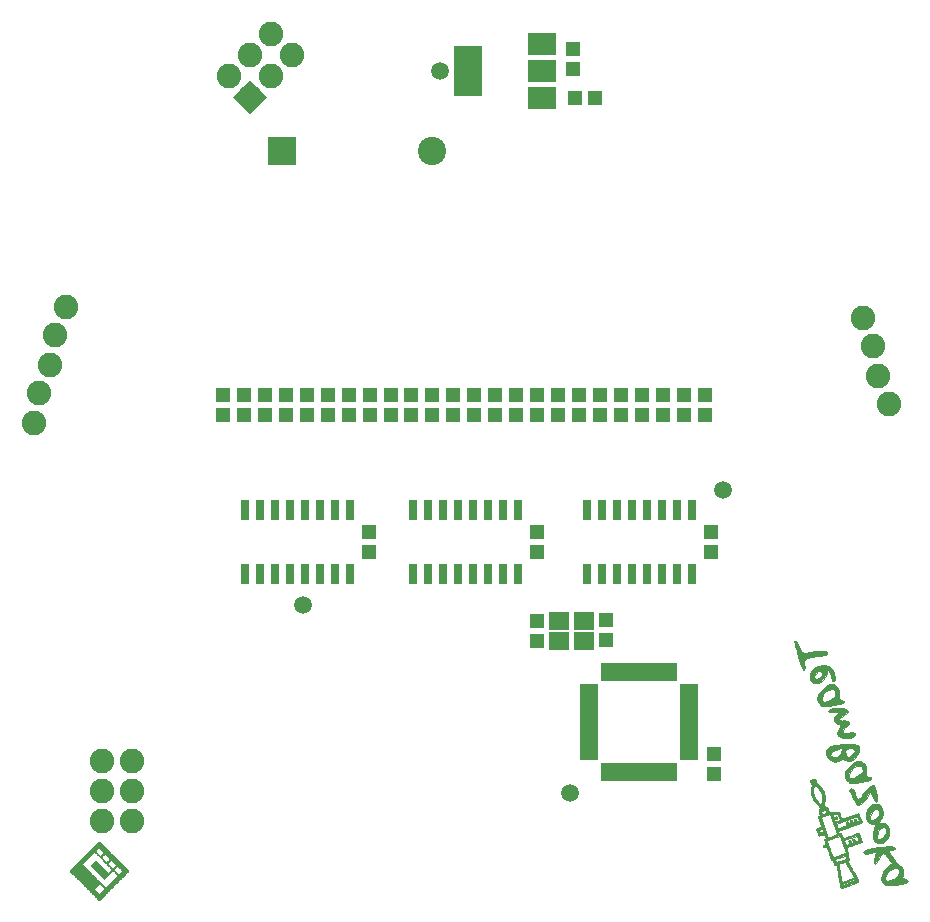
<source format=gbr>
G04 #@! TF.GenerationSoftware,KiCad,Pcbnew,5.1.2*
G04 #@! TF.CreationDate,2019-06-28T19:34:58-07:00*
G04 #@! TF.ProjectId,DC27-Cylon,44433237-2d43-4796-9c6f-6e2e6b696361,rev?*
G04 #@! TF.SameCoordinates,Original*
G04 #@! TF.FileFunction,Soldermask,Bot*
G04 #@! TF.FilePolarity,Negative*
%FSLAX46Y46*%
G04 Gerber Fmt 4.6, Leading zero omitted, Abs format (unit mm)*
G04 Created by KiCad (PCBNEW 5.1.2) date 2019-06-28 19:34:58*
%MOMM*%
%LPD*%
G04 APERTURE LIST*
%ADD10C,0.010000*%
%ADD11C,2.082800*%
%ADD12C,0.100000*%
%ADD13C,1.500000*%
%ADD14C,2.400000*%
%ADD15R,2.400000X2.400000*%
%ADD16R,1.201420X1.303020*%
%ADD17R,1.303020X1.201420*%
%ADD18R,1.600000X0.900000*%
%ADD19R,0.900000X1.600000*%
%ADD20R,2.400000X4.200000*%
%ADD21R,2.400000X1.900000*%
%ADD22R,0.740000X1.690000*%
%ADD23R,1.800000X1.600000*%
G04 APERTURE END LIST*
D10*
G36*
X90352234Y-110132294D02*
G01*
X90569185Y-110375860D01*
X90873949Y-110514079D01*
X90913472Y-110520668D01*
X91245991Y-110511734D01*
X91479903Y-110381041D01*
X91662201Y-110264814D01*
X91734222Y-110288773D01*
X91850947Y-110379211D01*
X92075863Y-110459043D01*
X92326451Y-110487792D01*
X92527417Y-110397606D01*
X92641637Y-110302219D01*
X92883537Y-109999725D01*
X93035484Y-109644770D01*
X93066093Y-109319496D01*
X93047215Y-109240808D01*
X92891884Y-109094470D01*
X92547978Y-109018514D01*
X92489605Y-109013624D01*
X92038422Y-109010796D01*
X91854218Y-109026565D01*
X91998143Y-109432996D01*
X92255166Y-109359637D01*
X92427863Y-109373263D01*
X92644167Y-109450708D01*
X92675173Y-109604771D01*
X92554836Y-109823212D01*
X92334209Y-110051936D01*
X92130534Y-110126841D01*
X91985860Y-110035932D01*
X91965685Y-109991254D01*
X91900942Y-109644479D01*
X91998143Y-109432996D01*
X91854218Y-109026565D01*
X91537089Y-109053712D01*
X91294916Y-109092862D01*
X91404640Y-109402712D01*
X91553911Y-109370700D01*
X91598524Y-109428567D01*
X91588028Y-109545750D01*
X91485782Y-109821980D01*
X91381245Y-109973464D01*
X91160960Y-110111264D01*
X90906955Y-110139313D01*
X90698190Y-110062570D01*
X90616216Y-109925411D01*
X90647172Y-109790968D01*
X90810546Y-109661745D01*
X91106243Y-109522454D01*
X91404640Y-109402712D01*
X91294916Y-109092862D01*
X91054182Y-109131780D01*
X90658278Y-109234410D01*
X90447211Y-109329096D01*
X90269350Y-109552954D01*
X90244989Y-109839340D01*
X90352234Y-110132294D01*
X90352234Y-110132294D01*
G37*
X90352234Y-110132294D02*
X90569185Y-110375860D01*
X90873949Y-110514079D01*
X90913472Y-110520668D01*
X91245991Y-110511734D01*
X91479903Y-110381041D01*
X91662201Y-110264814D01*
X91734222Y-110288773D01*
X91850947Y-110379211D01*
X92075863Y-110459043D01*
X92326451Y-110487792D01*
X92527417Y-110397606D01*
X92641637Y-110302219D01*
X92883537Y-109999725D01*
X93035484Y-109644770D01*
X93066093Y-109319496D01*
X93047215Y-109240808D01*
X92891884Y-109094470D01*
X92547978Y-109018514D01*
X92489605Y-109013624D01*
X92038422Y-109010796D01*
X91854218Y-109026565D01*
X91998143Y-109432996D01*
X92255166Y-109359637D01*
X92427863Y-109373263D01*
X92644167Y-109450708D01*
X92675173Y-109604771D01*
X92554836Y-109823212D01*
X92334209Y-110051936D01*
X92130534Y-110126841D01*
X91985860Y-110035932D01*
X91965685Y-109991254D01*
X91900942Y-109644479D01*
X91998143Y-109432996D01*
X91854218Y-109026565D01*
X91537089Y-109053712D01*
X91294916Y-109092862D01*
X91404640Y-109402712D01*
X91553911Y-109370700D01*
X91598524Y-109428567D01*
X91588028Y-109545750D01*
X91485782Y-109821980D01*
X91381245Y-109973464D01*
X91160960Y-110111264D01*
X90906955Y-110139313D01*
X90698190Y-110062570D01*
X90616216Y-109925411D01*
X90647172Y-109790968D01*
X90810546Y-109661745D01*
X91106243Y-109522454D01*
X91404640Y-109402712D01*
X91294916Y-109092862D01*
X91054182Y-109131780D01*
X90658278Y-109234410D01*
X90447211Y-109329096D01*
X90269350Y-109552954D01*
X90244989Y-109839340D01*
X90352234Y-110132294D01*
G36*
X93533614Y-118350001D02*
G01*
X93751057Y-118322819D01*
X93990924Y-118246749D01*
X94279395Y-118156834D01*
X94469840Y-118120683D01*
X94511134Y-118130531D01*
X94491035Y-118259349D01*
X94414420Y-118503508D01*
X94388085Y-118575675D01*
X94303220Y-118890172D01*
X94302034Y-119121033D01*
X94381371Y-119220160D01*
X94430011Y-119213992D01*
X94523476Y-119109621D01*
X94669025Y-118875674D01*
X94766804Y-118694752D01*
X94925206Y-118430080D01*
X95061428Y-118277303D01*
X95119280Y-118261182D01*
X95239942Y-118372263D01*
X95431049Y-118591480D01*
X95536615Y-118723645D01*
X95852459Y-119130823D01*
X95718327Y-119228916D01*
X95852700Y-119608377D01*
X96107178Y-119538533D01*
X96272701Y-119529249D01*
X96279839Y-119531967D01*
X96411850Y-119699704D01*
X96419976Y-119970706D01*
X96375706Y-120116037D01*
X96230322Y-120293927D01*
X95985325Y-120453600D01*
X95703422Y-120571074D01*
X95447317Y-120622364D01*
X95279718Y-120583488D01*
X95253903Y-120545094D01*
X95259078Y-120281128D01*
X95402538Y-119985679D01*
X95638079Y-119731029D01*
X95852700Y-119608377D01*
X95718327Y-119228916D01*
X95494123Y-119392881D01*
X95154071Y-119722428D01*
X94954793Y-120085833D01*
X94901695Y-120441769D01*
X95000183Y-120748908D01*
X95255667Y-120965924D01*
X95286535Y-120979618D01*
X95490989Y-121005532D01*
X95819055Y-120988249D01*
X96209420Y-120938180D01*
X96600773Y-120865737D01*
X96931807Y-120781332D01*
X97141208Y-120695379D01*
X97179855Y-120658085D01*
X97125118Y-120564266D01*
X96946164Y-120476555D01*
X96751234Y-120389157D01*
X96714260Y-120262292D01*
X96744848Y-120141108D01*
X96766711Y-119808891D01*
X96663539Y-119483044D01*
X96468825Y-119243069D01*
X96338958Y-119177603D01*
X96148223Y-119066450D01*
X96091393Y-118945154D01*
X96031115Y-118768339D01*
X95874415Y-118514902D01*
X95793706Y-118408848D01*
X95491779Y-118035119D01*
X95802207Y-117996385D01*
X96065845Y-117920216D01*
X96134873Y-117811339D01*
X96011963Y-117713747D01*
X95782620Y-117673653D01*
X95506627Y-117680649D01*
X95121353Y-117718308D01*
X94681042Y-117777799D01*
X94239944Y-117850288D01*
X93852303Y-117926942D01*
X93572368Y-117998930D01*
X93457494Y-118052246D01*
X93426565Y-118215803D01*
X93441202Y-118279631D01*
X93533614Y-118350001D01*
X93533614Y-118350001D01*
G37*
X93533614Y-118350001D02*
X93751057Y-118322819D01*
X93990924Y-118246749D01*
X94279395Y-118156834D01*
X94469840Y-118120683D01*
X94511134Y-118130531D01*
X94491035Y-118259349D01*
X94414420Y-118503508D01*
X94388085Y-118575675D01*
X94303220Y-118890172D01*
X94302034Y-119121033D01*
X94381371Y-119220160D01*
X94430011Y-119213992D01*
X94523476Y-119109621D01*
X94669025Y-118875674D01*
X94766804Y-118694752D01*
X94925206Y-118430080D01*
X95061428Y-118277303D01*
X95119280Y-118261182D01*
X95239942Y-118372263D01*
X95431049Y-118591480D01*
X95536615Y-118723645D01*
X95852459Y-119130823D01*
X95718327Y-119228916D01*
X95852700Y-119608377D01*
X96107178Y-119538533D01*
X96272701Y-119529249D01*
X96279839Y-119531967D01*
X96411850Y-119699704D01*
X96419976Y-119970706D01*
X96375706Y-120116037D01*
X96230322Y-120293927D01*
X95985325Y-120453600D01*
X95703422Y-120571074D01*
X95447317Y-120622364D01*
X95279718Y-120583488D01*
X95253903Y-120545094D01*
X95259078Y-120281128D01*
X95402538Y-119985679D01*
X95638079Y-119731029D01*
X95852700Y-119608377D01*
X95718327Y-119228916D01*
X95494123Y-119392881D01*
X95154071Y-119722428D01*
X94954793Y-120085833D01*
X94901695Y-120441769D01*
X95000183Y-120748908D01*
X95255667Y-120965924D01*
X95286535Y-120979618D01*
X95490989Y-121005532D01*
X95819055Y-120988249D01*
X96209420Y-120938180D01*
X96600773Y-120865737D01*
X96931807Y-120781332D01*
X97141208Y-120695379D01*
X97179855Y-120658085D01*
X97125118Y-120564266D01*
X96946164Y-120476555D01*
X96751234Y-120389157D01*
X96714260Y-120262292D01*
X96744848Y-120141108D01*
X96766711Y-119808891D01*
X96663539Y-119483044D01*
X96468825Y-119243069D01*
X96338958Y-119177603D01*
X96148223Y-119066450D01*
X96091393Y-118945154D01*
X96031115Y-118768339D01*
X95874415Y-118514902D01*
X95793706Y-118408848D01*
X95491779Y-118035119D01*
X95802207Y-117996385D01*
X96065845Y-117920216D01*
X96134873Y-117811339D01*
X96011963Y-117713747D01*
X95782620Y-117673653D01*
X95506627Y-117680649D01*
X95121353Y-117718308D01*
X94681042Y-117777799D01*
X94239944Y-117850288D01*
X93852303Y-117926942D01*
X93572368Y-117998930D01*
X93457494Y-118052246D01*
X93426565Y-118215803D01*
X93441202Y-118279631D01*
X93533614Y-118350001D01*
G36*
X94432254Y-117310291D02*
G01*
X94722437Y-117422426D01*
X95043426Y-117395665D01*
X95188989Y-117325099D01*
X95479717Y-117022849D01*
X95629052Y-116634566D01*
X95613693Y-116233328D01*
X95573078Y-116120448D01*
X95423531Y-115878625D01*
X95208804Y-115762201D01*
X95006885Y-115725894D01*
X94781463Y-115684802D01*
X94750544Y-115667359D01*
X94912287Y-116124107D01*
X95165831Y-116101145D01*
X95297153Y-116243167D01*
X95296368Y-116535759D01*
X95270215Y-116646016D01*
X95154773Y-116837266D01*
X94961133Y-116994589D01*
X94754694Y-117083052D01*
X94600852Y-117067723D01*
X94567461Y-117021392D01*
X94565550Y-116804370D01*
X94645336Y-116521759D01*
X94771720Y-116264892D01*
X94909604Y-116125099D01*
X94912287Y-116124107D01*
X94750544Y-115667359D01*
X94706075Y-115642272D01*
X94725359Y-115629110D01*
X94850671Y-115508190D01*
X94988163Y-115272124D01*
X95005937Y-115232500D01*
X95088682Y-114849044D01*
X95022627Y-114497541D01*
X94827383Y-114237364D01*
X94647411Y-114147217D01*
X94392549Y-114105464D01*
X94238292Y-114117318D01*
X94208897Y-114137797D01*
X94347040Y-114527901D01*
X94600584Y-114504939D01*
X94731907Y-114646961D01*
X94731122Y-114939553D01*
X94704968Y-115049809D01*
X94589526Y-115241060D01*
X94395887Y-115398383D01*
X94189447Y-115486845D01*
X94035605Y-115471516D01*
X94002214Y-115425185D01*
X94000304Y-115208164D01*
X94080090Y-114925554D01*
X94206474Y-114668686D01*
X94344357Y-114528892D01*
X94347040Y-114527901D01*
X94208897Y-114137797D01*
X93975381Y-114300492D01*
X93753490Y-114603961D01*
X93635472Y-114937480D01*
X93630279Y-114990311D01*
X93672947Y-115413110D01*
X93859077Y-115684367D01*
X94196873Y-115815358D01*
X94234641Y-115820609D01*
X94478803Y-115859133D01*
X94542581Y-115908264D01*
X94456554Y-115995924D01*
X94440242Y-116008373D01*
X94281404Y-116240497D01*
X94201650Y-116584835D01*
X94216812Y-116951606D01*
X94251318Y-117079780D01*
X94432254Y-117310291D01*
X94432254Y-117310291D01*
G37*
X94432254Y-117310291D02*
X94722437Y-117422426D01*
X95043426Y-117395665D01*
X95188989Y-117325099D01*
X95479717Y-117022849D01*
X95629052Y-116634566D01*
X95613693Y-116233328D01*
X95573078Y-116120448D01*
X95423531Y-115878625D01*
X95208804Y-115762201D01*
X95006885Y-115725894D01*
X94781463Y-115684802D01*
X94750544Y-115667359D01*
X94912287Y-116124107D01*
X95165831Y-116101145D01*
X95297153Y-116243167D01*
X95296368Y-116535759D01*
X95270215Y-116646016D01*
X95154773Y-116837266D01*
X94961133Y-116994589D01*
X94754694Y-117083052D01*
X94600852Y-117067723D01*
X94567461Y-117021392D01*
X94565550Y-116804370D01*
X94645336Y-116521759D01*
X94771720Y-116264892D01*
X94909604Y-116125099D01*
X94912287Y-116124107D01*
X94750544Y-115667359D01*
X94706075Y-115642272D01*
X94725359Y-115629110D01*
X94850671Y-115508190D01*
X94988163Y-115272124D01*
X95005937Y-115232500D01*
X95088682Y-114849044D01*
X95022627Y-114497541D01*
X94827383Y-114237364D01*
X94647411Y-114147217D01*
X94392549Y-114105464D01*
X94238292Y-114117318D01*
X94208897Y-114137797D01*
X94347040Y-114527901D01*
X94600584Y-114504939D01*
X94731907Y-114646961D01*
X94731122Y-114939553D01*
X94704968Y-115049809D01*
X94589526Y-115241060D01*
X94395887Y-115398383D01*
X94189447Y-115486845D01*
X94035605Y-115471516D01*
X94002214Y-115425185D01*
X94000304Y-115208164D01*
X94080090Y-114925554D01*
X94206474Y-114668686D01*
X94344357Y-114528892D01*
X94347040Y-114527901D01*
X94208897Y-114137797D01*
X93975381Y-114300492D01*
X93753490Y-114603961D01*
X93635472Y-114937480D01*
X93630279Y-114990311D01*
X93672947Y-115413110D01*
X93859077Y-115684367D01*
X94196873Y-115815358D01*
X94234641Y-115820609D01*
X94478803Y-115859133D01*
X94542581Y-115908264D01*
X94456554Y-115995924D01*
X94440242Y-116008373D01*
X94281404Y-116240497D01*
X94201650Y-116584835D01*
X94216812Y-116951606D01*
X94251318Y-117079780D01*
X94432254Y-117310291D01*
G36*
X92420172Y-113379364D02*
G01*
X92463927Y-113471603D01*
X92637310Y-113810755D01*
X92790984Y-114067842D01*
X92891724Y-114187285D01*
X92891826Y-114187336D01*
X93088446Y-114174991D01*
X93339300Y-113994746D01*
X93613036Y-113672297D01*
X93724612Y-113504935D01*
X94005062Y-113055354D01*
X94197878Y-113503216D01*
X94355264Y-113803850D01*
X94477416Y-113919071D01*
X94557813Y-113873178D01*
X94589935Y-113690467D01*
X94567261Y-113395235D01*
X94483270Y-113011782D01*
X94400406Y-112748538D01*
X94311045Y-112538936D01*
X94209147Y-112505519D01*
X94032754Y-112613790D01*
X93631848Y-112956349D01*
X93325052Y-113326222D01*
X93283128Y-113394549D01*
X93114244Y-113626665D01*
X92971048Y-113661889D01*
X92834851Y-113495326D01*
X92731472Y-113250011D01*
X92605316Y-112947453D01*
X92492458Y-112806647D01*
X92356882Y-112783497D01*
X92351068Y-112784307D01*
X92252730Y-112814515D01*
X92226755Y-112895065D01*
X92280213Y-113069000D01*
X92420172Y-113379364D01*
X92420172Y-113379364D01*
G37*
X92420172Y-113379364D02*
X92463927Y-113471603D01*
X92637310Y-113810755D01*
X92790984Y-114067842D01*
X92891724Y-114187285D01*
X92891826Y-114187336D01*
X93088446Y-114174991D01*
X93339300Y-113994746D01*
X93613036Y-113672297D01*
X93724612Y-113504935D01*
X94005062Y-113055354D01*
X94197878Y-113503216D01*
X94355264Y-113803850D01*
X94477416Y-113919071D01*
X94557813Y-113873178D01*
X94589935Y-113690467D01*
X94567261Y-113395235D01*
X94483270Y-113011782D01*
X94400406Y-112748538D01*
X94311045Y-112538936D01*
X94209147Y-112505519D01*
X94032754Y-112613790D01*
X93631848Y-112956349D01*
X93325052Y-113326222D01*
X93283128Y-113394549D01*
X93114244Y-113626665D01*
X92971048Y-113661889D01*
X92834851Y-113495326D01*
X92731472Y-113250011D01*
X92605316Y-112947453D01*
X92492458Y-112806647D01*
X92356882Y-112783497D01*
X92351068Y-112784307D01*
X92252730Y-112814515D01*
X92226755Y-112895065D01*
X92280213Y-113069000D01*
X92420172Y-113379364D01*
G36*
X92169857Y-112280872D02*
G01*
X92209896Y-112298949D01*
X92435518Y-112328494D01*
X92797963Y-112310308D01*
X93229979Y-112252854D01*
X93664320Y-112164595D01*
X93967615Y-112077722D01*
X94103685Y-111977594D01*
X94055136Y-111866982D01*
X93841868Y-111789964D01*
X93837401Y-111789271D01*
X93672500Y-111743916D01*
X93637496Y-111630268D01*
X93671976Y-111458891D01*
X93678788Y-111083457D01*
X93538803Y-110751891D01*
X93287123Y-110528105D01*
X93132723Y-110476999D01*
X92895132Y-110464176D01*
X92678036Y-110541183D01*
X92648732Y-110560650D01*
X92779174Y-110929005D01*
X93033651Y-110859162D01*
X93199174Y-110849877D01*
X93206312Y-110852596D01*
X93338324Y-111020332D01*
X93346449Y-111291334D01*
X93302179Y-111436665D01*
X93156795Y-111614556D01*
X92911798Y-111774229D01*
X92629895Y-111891702D01*
X92373791Y-111942993D01*
X92206191Y-111904117D01*
X92180376Y-111865723D01*
X92185551Y-111601756D01*
X92329011Y-111306308D01*
X92564553Y-111051657D01*
X92779174Y-110929005D01*
X92648732Y-110560650D01*
X92439909Y-110699385D01*
X92092303Y-111032767D01*
X91885756Y-111397522D01*
X91826005Y-111753736D01*
X91918792Y-112061491D01*
X92169857Y-112280872D01*
X92169857Y-112280872D01*
G37*
X92169857Y-112280872D02*
X92209896Y-112298949D01*
X92435518Y-112328494D01*
X92797963Y-112310308D01*
X93229979Y-112252854D01*
X93664320Y-112164595D01*
X93967615Y-112077722D01*
X94103685Y-111977594D01*
X94055136Y-111866982D01*
X93841868Y-111789964D01*
X93837401Y-111789271D01*
X93672500Y-111743916D01*
X93637496Y-111630268D01*
X93671976Y-111458891D01*
X93678788Y-111083457D01*
X93538803Y-110751891D01*
X93287123Y-110528105D01*
X93132723Y-110476999D01*
X92895132Y-110464176D01*
X92678036Y-110541183D01*
X92648732Y-110560650D01*
X92779174Y-110929005D01*
X93033651Y-110859162D01*
X93199174Y-110849877D01*
X93206312Y-110852596D01*
X93338324Y-111020332D01*
X93346449Y-111291334D01*
X93302179Y-111436665D01*
X93156795Y-111614556D01*
X92911798Y-111774229D01*
X92629895Y-111891702D01*
X92373791Y-111942993D01*
X92206191Y-111904117D01*
X92180376Y-111865723D01*
X92185551Y-111601756D01*
X92329011Y-111306308D01*
X92564553Y-111051657D01*
X92779174Y-110929005D01*
X92648732Y-110560650D01*
X92439909Y-110699385D01*
X92092303Y-111032767D01*
X91885756Y-111397522D01*
X91826005Y-111753736D01*
X91918792Y-112061491D01*
X92169857Y-112280872D01*
G36*
X90597634Y-106331432D02*
G01*
X90868269Y-106352012D01*
X90963020Y-106348567D01*
X91395848Y-106321262D01*
X91112238Y-106550782D01*
X90921395Y-106806413D01*
X90921321Y-107067145D01*
X91100758Y-107277767D01*
X91275882Y-107353366D01*
X91546828Y-107428549D01*
X91354215Y-107733097D01*
X91224853Y-108060370D01*
X91287467Y-108312888D01*
X91536715Y-108474078D01*
X91598751Y-108491571D01*
X91914335Y-108522602D01*
X92255036Y-108489206D01*
X92550111Y-108406536D01*
X92728809Y-108289746D01*
X92750504Y-108244880D01*
X92699373Y-108100582D01*
X92461828Y-108051420D01*
X92053955Y-108093952D01*
X91752507Y-108105092D01*
X91626019Y-108017228D01*
X91675604Y-107852098D01*
X91902370Y-107631438D01*
X92025858Y-107543745D01*
X92216624Y-107351278D01*
X92215747Y-107183396D01*
X92043175Y-107070133D01*
X91718863Y-107041522D01*
X91693382Y-107043278D01*
X91403212Y-107036034D01*
X91308473Y-106960213D01*
X91407698Y-106824927D01*
X91699427Y-106639293D01*
X91763641Y-106605644D01*
X92038944Y-106412471D01*
X92109366Y-106234482D01*
X91981678Y-106089618D01*
X91662644Y-105995820D01*
X91527637Y-105980062D01*
X91168832Y-105977803D01*
X90834434Y-106022766D01*
X90575077Y-106101223D01*
X90441394Y-106199447D01*
X90449524Y-106272379D01*
X90597634Y-106331432D01*
X90597634Y-106331432D01*
G37*
X90597634Y-106331432D02*
X90868269Y-106352012D01*
X90963020Y-106348567D01*
X91395848Y-106321262D01*
X91112238Y-106550782D01*
X90921395Y-106806413D01*
X90921321Y-107067145D01*
X91100758Y-107277767D01*
X91275882Y-107353366D01*
X91546828Y-107428549D01*
X91354215Y-107733097D01*
X91224853Y-108060370D01*
X91287467Y-108312888D01*
X91536715Y-108474078D01*
X91598751Y-108491571D01*
X91914335Y-108522602D01*
X92255036Y-108489206D01*
X92550111Y-108406536D01*
X92728809Y-108289746D01*
X92750504Y-108244880D01*
X92699373Y-108100582D01*
X92461828Y-108051420D01*
X92053955Y-108093952D01*
X91752507Y-108105092D01*
X91626019Y-108017228D01*
X91675604Y-107852098D01*
X91902370Y-107631438D01*
X92025858Y-107543745D01*
X92216624Y-107351278D01*
X92215747Y-107183396D01*
X92043175Y-107070133D01*
X91718863Y-107041522D01*
X91693382Y-107043278D01*
X91403212Y-107036034D01*
X91308473Y-106960213D01*
X91407698Y-106824927D01*
X91699427Y-106639293D01*
X91763641Y-106605644D01*
X92038944Y-106412471D01*
X92109366Y-106234482D01*
X91981678Y-106089618D01*
X91662644Y-105995820D01*
X91527637Y-105980062D01*
X91168832Y-105977803D01*
X90834434Y-106022766D01*
X90575077Y-106101223D01*
X90441394Y-106199447D01*
X90449524Y-106272379D01*
X90597634Y-106331432D01*
G36*
X89873544Y-105796284D02*
G01*
X89913583Y-105814360D01*
X90139205Y-105843906D01*
X90501650Y-105825720D01*
X90933666Y-105768266D01*
X91368007Y-105680008D01*
X91671302Y-105593135D01*
X91807372Y-105493005D01*
X91758823Y-105382394D01*
X91545555Y-105305375D01*
X91541088Y-105304684D01*
X91376187Y-105259327D01*
X91341183Y-105145679D01*
X91375663Y-104974303D01*
X91382475Y-104598868D01*
X91242490Y-104267303D01*
X90990810Y-104043517D01*
X90836411Y-103992412D01*
X90598819Y-103979588D01*
X90381723Y-104056594D01*
X90352419Y-104076062D01*
X90482861Y-104444417D01*
X90737338Y-104374574D01*
X90902861Y-104365289D01*
X90909999Y-104368008D01*
X91042010Y-104535744D01*
X91050136Y-104806747D01*
X91005866Y-104952078D01*
X90860482Y-105129967D01*
X90615485Y-105289641D01*
X90333582Y-105407115D01*
X90077478Y-105458405D01*
X89909878Y-105419529D01*
X89884063Y-105381134D01*
X89889238Y-105117168D01*
X90032699Y-104821721D01*
X90268239Y-104567069D01*
X90482861Y-104444417D01*
X90352419Y-104076062D01*
X90143596Y-104214797D01*
X89795990Y-104548179D01*
X89589443Y-104912934D01*
X89529692Y-105269147D01*
X89622479Y-105576903D01*
X89873544Y-105796284D01*
X89873544Y-105796284D01*
G37*
X89873544Y-105796284D02*
X89913583Y-105814360D01*
X90139205Y-105843906D01*
X90501650Y-105825720D01*
X90933666Y-105768266D01*
X91368007Y-105680008D01*
X91671302Y-105593135D01*
X91807372Y-105493005D01*
X91758823Y-105382394D01*
X91545555Y-105305375D01*
X91541088Y-105304684D01*
X91376187Y-105259327D01*
X91341183Y-105145679D01*
X91375663Y-104974303D01*
X91382475Y-104598868D01*
X91242490Y-104267303D01*
X90990810Y-104043517D01*
X90836411Y-103992412D01*
X90598819Y-103979588D01*
X90381723Y-104056594D01*
X90352419Y-104076062D01*
X90482861Y-104444417D01*
X90737338Y-104374574D01*
X90902861Y-104365289D01*
X90909999Y-104368008D01*
X91042010Y-104535744D01*
X91050136Y-104806747D01*
X91005866Y-104952078D01*
X90860482Y-105129967D01*
X90615485Y-105289641D01*
X90333582Y-105407115D01*
X90077478Y-105458405D01*
X89909878Y-105419529D01*
X89884063Y-105381134D01*
X89889238Y-105117168D01*
X90032699Y-104821721D01*
X90268239Y-104567069D01*
X90482861Y-104444417D01*
X90352419Y-104076062D01*
X90143596Y-104214797D01*
X89795990Y-104548179D01*
X89589443Y-104912934D01*
X89529692Y-105269147D01*
X89622479Y-105576903D01*
X89873544Y-105796284D01*
G36*
X89122319Y-103831861D02*
G01*
X89412155Y-103888629D01*
X89671099Y-103833691D01*
X89968265Y-103653105D01*
X90207292Y-103378129D01*
X90330662Y-103082722D01*
X90335183Y-102979758D01*
X90343047Y-102766218D01*
X90407612Y-102723929D01*
X90503085Y-102829211D01*
X90603673Y-103058387D01*
X90663617Y-103281274D01*
X90735898Y-103584189D01*
X90801377Y-103719354D01*
X90887170Y-103727954D01*
X90940114Y-103701222D01*
X91030525Y-103590532D01*
X91029947Y-103383187D01*
X90959069Y-103092086D01*
X90844244Y-102762444D01*
X90711978Y-102572915D01*
X90513481Y-102454280D01*
X90507807Y-102451862D01*
X90051994Y-102341261D01*
X89614758Y-102423877D01*
X89547298Y-102457296D01*
X89676238Y-102821413D01*
X89843584Y-102839520D01*
X89928957Y-102987971D01*
X89910835Y-103194259D01*
X89827626Y-103331439D01*
X89631993Y-103463754D01*
X89404445Y-103520140D01*
X89231989Y-103485740D01*
X89196398Y-103439227D01*
X89231884Y-103280060D01*
X89373837Y-103069919D01*
X89561280Y-102887317D01*
X89676238Y-102821413D01*
X89547298Y-102457296D01*
X89395210Y-102532638D01*
X89081962Y-102790823D01*
X88906767Y-103090951D01*
X88860907Y-103391909D01*
X88935663Y-103652584D01*
X89122319Y-103831861D01*
X89122319Y-103831861D01*
G37*
X89122319Y-103831861D02*
X89412155Y-103888629D01*
X89671099Y-103833691D01*
X89968265Y-103653105D01*
X90207292Y-103378129D01*
X90330662Y-103082722D01*
X90335183Y-102979758D01*
X90343047Y-102766218D01*
X90407612Y-102723929D01*
X90503085Y-102829211D01*
X90603673Y-103058387D01*
X90663617Y-103281274D01*
X90735898Y-103584189D01*
X90801377Y-103719354D01*
X90887170Y-103727954D01*
X90940114Y-103701222D01*
X91030525Y-103590532D01*
X91029947Y-103383187D01*
X90959069Y-103092086D01*
X90844244Y-102762444D01*
X90711978Y-102572915D01*
X90513481Y-102454280D01*
X90507807Y-102451862D01*
X90051994Y-102341261D01*
X89614758Y-102423877D01*
X89547298Y-102457296D01*
X89676238Y-102821413D01*
X89843584Y-102839520D01*
X89928957Y-102987971D01*
X89910835Y-103194259D01*
X89827626Y-103331439D01*
X89631993Y-103463754D01*
X89404445Y-103520140D01*
X89231989Y-103485740D01*
X89196398Y-103439227D01*
X89231884Y-103280060D01*
X89373837Y-103069919D01*
X89561280Y-102887317D01*
X89676238Y-102821413D01*
X89547298Y-102457296D01*
X89395210Y-102532638D01*
X89081962Y-102790823D01*
X88906767Y-103090951D01*
X88860907Y-103391909D01*
X88935663Y-103652584D01*
X89122319Y-103831861D01*
G36*
X88273255Y-102717835D02*
G01*
X88331760Y-102791489D01*
X88382750Y-102771132D01*
X88418247Y-102719846D01*
X88471223Y-102480143D01*
X88432789Y-102234012D01*
X88390483Y-102009886D01*
X88466678Y-101850420D01*
X88687575Y-101738608D01*
X89079377Y-101657446D01*
X89379703Y-101619432D01*
X89774188Y-101571507D01*
X90091434Y-101525448D01*
X90267490Y-101490622D01*
X90273903Y-101488476D01*
X90361946Y-101383601D01*
X90304514Y-101242025D01*
X90139281Y-101133149D01*
X90072179Y-101116904D01*
X89830290Y-101117144D01*
X89498084Y-101159075D01*
X89392581Y-101179338D01*
X88904315Y-101283140D01*
X88580601Y-101341211D01*
X88377339Y-101343418D01*
X88250429Y-101279622D01*
X88155769Y-101139691D01*
X88049259Y-100913488D01*
X88026653Y-100865412D01*
X87835645Y-100493137D01*
X87700962Y-100306835D01*
X87610736Y-100292101D01*
X87585133Y-100329542D01*
X87600419Y-100453501D01*
X87667587Y-100738238D01*
X87776021Y-101142298D01*
X87915112Y-101624229D01*
X87925538Y-101659194D01*
X88082855Y-102179051D01*
X88194525Y-102522811D01*
X88273255Y-102717835D01*
X88273255Y-102717835D01*
G37*
X88273255Y-102717835D02*
X88331760Y-102791489D01*
X88382750Y-102771132D01*
X88418247Y-102719846D01*
X88471223Y-102480143D01*
X88432789Y-102234012D01*
X88390483Y-102009886D01*
X88466678Y-101850420D01*
X88687575Y-101738608D01*
X89079377Y-101657446D01*
X89379703Y-101619432D01*
X89774188Y-101571507D01*
X90091434Y-101525448D01*
X90267490Y-101490622D01*
X90273903Y-101488476D01*
X90361946Y-101383601D01*
X90304514Y-101242025D01*
X90139281Y-101133149D01*
X90072179Y-101116904D01*
X89830290Y-101117144D01*
X89498084Y-101159075D01*
X89392581Y-101179338D01*
X88904315Y-101283140D01*
X88580601Y-101341211D01*
X88377339Y-101343418D01*
X88250429Y-101279622D01*
X88155769Y-101139691D01*
X88049259Y-100913488D01*
X88026653Y-100865412D01*
X87835645Y-100493137D01*
X87700962Y-100306835D01*
X87610736Y-100292101D01*
X87585133Y-100329542D01*
X87600419Y-100453501D01*
X87667587Y-100738238D01*
X87776021Y-101142298D01*
X87915112Y-101624229D01*
X87925538Y-101659194D01*
X88082855Y-102179051D01*
X88194525Y-102522811D01*
X88273255Y-102717835D01*
G36*
X89544393Y-116585205D02*
G01*
X89567810Y-116648401D01*
X89587126Y-116696537D01*
X89603524Y-116731715D01*
X89618189Y-116756036D01*
X89632307Y-116771600D01*
X89647061Y-116780510D01*
X89663636Y-116784865D01*
X89674267Y-116786107D01*
X89696344Y-116783521D01*
X89735973Y-116773348D01*
X89793494Y-116755487D01*
X89869246Y-116729837D01*
X89904103Y-116717596D01*
X90104774Y-116646534D01*
X90170855Y-116833144D01*
X90236936Y-117019753D01*
X90179307Y-117033624D01*
X90145445Y-117042859D01*
X90124858Y-117052785D01*
X90110810Y-117067600D01*
X90102041Y-117081753D01*
X90082406Y-117116012D01*
X90150994Y-117319020D01*
X90219584Y-117522027D01*
X90105929Y-117562274D01*
X90057299Y-117579752D01*
X90024044Y-117592835D01*
X90002307Y-117603690D01*
X89988228Y-117614483D01*
X89977953Y-117627382D01*
X89971588Y-117637750D01*
X89959206Y-117664475D01*
X89958403Y-117689061D01*
X89966016Y-117715660D01*
X89981515Y-117748204D01*
X90002796Y-117768061D01*
X90012963Y-117773525D01*
X90027198Y-117779484D01*
X90041247Y-117781947D01*
X90059104Y-117780191D01*
X90084762Y-117773502D01*
X90122211Y-117761158D01*
X90164946Y-117746161D01*
X90285097Y-117703614D01*
X90486433Y-118272167D01*
X90528431Y-118390722D01*
X90564239Y-118491599D01*
X90594438Y-118576279D01*
X90619608Y-118646247D01*
X90640329Y-118702982D01*
X90657181Y-118747966D01*
X90670744Y-118782682D01*
X90681600Y-118808611D01*
X90690327Y-118827234D01*
X90697508Y-118840032D01*
X90703721Y-118848489D01*
X90709547Y-118854085D01*
X90715567Y-118858302D01*
X90716148Y-118858671D01*
X90747810Y-118870163D01*
X90779090Y-118871222D01*
X90813654Y-118865825D01*
X90885089Y-119057735D01*
X90911776Y-119128611D01*
X90933194Y-119182650D01*
X90950791Y-119222194D01*
X90966016Y-119249584D01*
X90980321Y-119267158D01*
X90995154Y-119277259D01*
X91011965Y-119282226D01*
X91025151Y-119283855D01*
X91050405Y-119281843D01*
X91083880Y-119274108D01*
X91098736Y-119269344D01*
X91126118Y-119260295D01*
X91143802Y-119255692D01*
X91147296Y-119255721D01*
X91149085Y-119266072D01*
X91153792Y-119294564D01*
X91161104Y-119339276D01*
X91170709Y-119398287D01*
X91182296Y-119469679D01*
X91195552Y-119551528D01*
X91210165Y-119641915D01*
X91225823Y-119738919D01*
X91228847Y-119757669D01*
X91229521Y-119761849D01*
X91639919Y-120920777D01*
X92741301Y-120530757D01*
X92767467Y-120604646D01*
X92710777Y-120631645D01*
X92690149Y-120640305D01*
X92652427Y-120654931D01*
X92599685Y-120674762D01*
X92534004Y-120699034D01*
X92457461Y-120726987D01*
X92372132Y-120757858D01*
X92280098Y-120790884D01*
X92183433Y-120825306D01*
X92162264Y-120832808D01*
X91670442Y-121006972D01*
X91639919Y-120920777D01*
X91229521Y-119761849D01*
X91256717Y-119930503D01*
X91281571Y-120084529D01*
X91303637Y-120221002D01*
X91323141Y-120341174D01*
X91340310Y-120446299D01*
X91355371Y-120537629D01*
X91368553Y-120616418D01*
X91380079Y-120683918D01*
X91390180Y-120741384D01*
X91399080Y-120790066D01*
X91407007Y-120831220D01*
X91414187Y-120866097D01*
X91420849Y-120895952D01*
X91427219Y-120922035D01*
X91433522Y-120945602D01*
X91439988Y-120967904D01*
X91446842Y-120990196D01*
X91454312Y-121013729D01*
X91458969Y-121028294D01*
X91481968Y-121097594D01*
X91501561Y-121149576D01*
X91519140Y-121186669D01*
X91536099Y-121211300D01*
X91553828Y-121225898D01*
X91573722Y-121232888D01*
X91576577Y-121233371D01*
X91589771Y-121231241D01*
X91618915Y-121223136D01*
X91664404Y-121208921D01*
X91726635Y-121188462D01*
X91806005Y-121161626D01*
X91902910Y-121128277D01*
X92017747Y-121088284D01*
X92150912Y-121041511D01*
X92280587Y-120995693D01*
X92961636Y-120754521D01*
X92976820Y-120722689D01*
X92985500Y-120684144D01*
X92980024Y-120654190D01*
X92964289Y-120605721D01*
X92950630Y-120563526D01*
X92938290Y-120526108D01*
X92926515Y-120491967D01*
X92914548Y-120459607D01*
X92901635Y-120427526D01*
X92887020Y-120394227D01*
X92869946Y-120358210D01*
X92849659Y-120317977D01*
X92825405Y-120272030D01*
X92796425Y-120218869D01*
X92761966Y-120156994D01*
X92721272Y-120084910D01*
X92673587Y-120001114D01*
X92618155Y-119904108D01*
X92554222Y-119792396D01*
X92481992Y-119666155D01*
X92418712Y-119555411D01*
X92358288Y-119449489D01*
X92301490Y-119349754D01*
X92249090Y-119257566D01*
X92201859Y-119174289D01*
X92160568Y-119101286D01*
X92125990Y-119039919D01*
X92098896Y-118991550D01*
X92080056Y-118957545D01*
X92070244Y-118939263D01*
X92069021Y-118936665D01*
X92067282Y-118925097D01*
X92074450Y-118916014D01*
X92094408Y-118906352D01*
X92118806Y-118897340D01*
X92151566Y-118884614D01*
X92170817Y-118872548D01*
X92182582Y-118856195D01*
X92189778Y-118839045D01*
X92204138Y-118800798D01*
X92065608Y-118409601D01*
X92094775Y-118399273D01*
X92124539Y-118378912D01*
X92143171Y-118346594D01*
X92147524Y-118309049D01*
X92144325Y-118293295D01*
X92138227Y-118274699D01*
X92126596Y-118240066D01*
X92110511Y-118192572D01*
X92091048Y-118135395D01*
X92069285Y-118071714D01*
X92056861Y-118035461D01*
X92034806Y-117971006D01*
X92014950Y-117912651D01*
X91998252Y-117863247D01*
X91985674Y-117825646D01*
X91978177Y-117802698D01*
X91976518Y-117797151D01*
X91979625Y-117793271D01*
X91990966Y-117786858D01*
X92011671Y-117777486D01*
X92042868Y-117764729D01*
X92085688Y-117748165D01*
X92141259Y-117727368D01*
X92210714Y-117701914D01*
X92295179Y-117671380D01*
X92395785Y-117635339D01*
X92513661Y-117593369D01*
X92608097Y-117559865D01*
X92740917Y-117512708D01*
X92855671Y-117471759D01*
X92953498Y-117436588D01*
X93035539Y-117406770D01*
X93102934Y-117381876D01*
X93156821Y-117361478D01*
X93198343Y-117345150D01*
X93228638Y-117332463D01*
X93248845Y-117322989D01*
X93260107Y-117316301D01*
X93262204Y-117314480D01*
X93276100Y-117289620D01*
X93281044Y-117261152D01*
X93277589Y-117245743D01*
X93268181Y-117214007D01*
X93253780Y-117168726D01*
X93235342Y-117112683D01*
X93213825Y-117048660D01*
X93190186Y-116979440D01*
X93165384Y-116907804D01*
X93140375Y-116836535D01*
X93116118Y-116768416D01*
X93093571Y-116706227D01*
X93073691Y-116652753D01*
X93057436Y-116610774D01*
X93055586Y-116606176D01*
X93040771Y-116587343D01*
X93016166Y-116569989D01*
X93012891Y-116568347D01*
X92978951Y-116552159D01*
X92847956Y-116600045D01*
X92913025Y-116783794D01*
X93055393Y-117202232D01*
X92900694Y-117259974D01*
X92745996Y-117317717D01*
X92707416Y-117208771D01*
X92689826Y-117162047D01*
X92672137Y-117120066D01*
X92656651Y-117088038D01*
X92647437Y-117073132D01*
X92616552Y-117049294D01*
X92578375Y-117040509D01*
X92539018Y-117046552D01*
X92504589Y-117067200D01*
X92494130Y-117078746D01*
X92482780Y-117101565D01*
X92479555Y-117131652D01*
X92484783Y-117171794D01*
X92498790Y-117224782D01*
X92518026Y-117282518D01*
X92554580Y-117385912D01*
X92413718Y-117429461D01*
X92363686Y-117303395D01*
X92343300Y-117252426D01*
X92328317Y-117217050D01*
X92316714Y-117193948D01*
X92306467Y-117179796D01*
X92295553Y-117171277D01*
X92281948Y-117165067D01*
X92278610Y-117163765D01*
X92235623Y-117156879D01*
X92196293Y-117168741D01*
X92165017Y-117197795D01*
X92159966Y-117205790D01*
X92152674Y-117219431D01*
X92148750Y-117232213D01*
X92148754Y-117247920D01*
X92153248Y-117270338D01*
X92162789Y-117303249D01*
X92177940Y-117350437D01*
X92184222Y-117369652D01*
X92227173Y-117500909D01*
X91907572Y-117614085D01*
X91757896Y-117192846D01*
X92913025Y-116783794D01*
X92847956Y-116600045D01*
X92340695Y-116785480D01*
X92232176Y-116825030D01*
X92129360Y-116862268D01*
X92033820Y-116896638D01*
X91947126Y-116927587D01*
X91870852Y-116954560D01*
X91806569Y-116977004D01*
X91755851Y-116994363D01*
X91720267Y-117006083D01*
X91701391Y-117011610D01*
X91698709Y-117011876D01*
X91694218Y-117000621D01*
X91683873Y-116973283D01*
X91668794Y-116932869D01*
X91650103Y-116882382D01*
X91628919Y-116824827D01*
X91625309Y-116814989D01*
X91555638Y-116625027D01*
X91515615Y-116608629D01*
X91487568Y-116599780D01*
X91461640Y-116599822D01*
X91428364Y-116608981D01*
X91423070Y-116610830D01*
X91370547Y-116629430D01*
X91290194Y-116402521D01*
X91429266Y-116346304D01*
X91460385Y-116334139D01*
X91508900Y-116315727D01*
X91573087Y-116291703D01*
X91651221Y-116262700D01*
X91741582Y-116229354D01*
X91842442Y-116192296D01*
X91952080Y-116152162D01*
X92068770Y-116109586D01*
X92190789Y-116065201D01*
X92316414Y-116019642D01*
X92380505Y-115996452D01*
X92504091Y-115951712D01*
X92622629Y-115908687D01*
X92734664Y-115867911D01*
X92838740Y-115829921D01*
X92933401Y-115795250D01*
X93017193Y-115764433D01*
X93088660Y-115738005D01*
X93146346Y-115716502D01*
X93188796Y-115700457D01*
X93214555Y-115690406D01*
X93221738Y-115687299D01*
X93247791Y-115664474D01*
X93261565Y-115639973D01*
X93264194Y-115630794D01*
X93265328Y-115620650D01*
X93264358Y-115607477D01*
X93260679Y-115589210D01*
X93253680Y-115563788D01*
X93242757Y-115529144D01*
X93227300Y-115483217D01*
X93206703Y-115423940D01*
X93180356Y-115349252D01*
X93154637Y-115276749D01*
X93120588Y-115181775D01*
X93090739Y-115100371D01*
X93065518Y-115033653D01*
X93045358Y-114982733D01*
X93030689Y-114948723D01*
X93021941Y-114932736D01*
X93021252Y-114932032D01*
X93013131Y-114925313D01*
X93004951Y-114919896D01*
X92995355Y-114916168D01*
X92982989Y-114914520D01*
X92966494Y-114915338D01*
X92944516Y-114919011D01*
X92915698Y-114925928D01*
X92878686Y-114936477D01*
X92832122Y-114951048D01*
X92774651Y-114970027D01*
X92704917Y-114993805D01*
X92621563Y-115022769D01*
X92523234Y-115057307D01*
X92408575Y-115097809D01*
X92276228Y-115144662D01*
X92264149Y-115148940D01*
X91588479Y-115388208D01*
X91482023Y-115087585D01*
X91451991Y-115003035D01*
X91427768Y-114935633D01*
X91408504Y-114883326D01*
X91393351Y-114844065D01*
X91381458Y-114815796D01*
X91371976Y-114796471D01*
X91364057Y-114784037D01*
X91356851Y-114776443D01*
X91351716Y-114772873D01*
X91333940Y-114768459D01*
X91296674Y-114764407D01*
X91240744Y-114760761D01*
X91166976Y-114757565D01*
X91076197Y-114754864D01*
X90978738Y-114752862D01*
X90883633Y-114751354D01*
X90806452Y-114750451D01*
X90744804Y-114750247D01*
X90715525Y-114750603D01*
X90787505Y-114953870D01*
X90793593Y-114952074D01*
X90795435Y-114952099D01*
X90812023Y-114952570D01*
X90844798Y-114953371D01*
X90889631Y-114954406D01*
X90942393Y-114955577D01*
X90966609Y-114956101D01*
X91044640Y-114957841D01*
X91104820Y-114959381D01*
X91149614Y-114960862D01*
X91181490Y-114962425D01*
X91202911Y-114964210D01*
X91216346Y-114966360D01*
X91224260Y-114969012D01*
X91227504Y-114970993D01*
X91233573Y-114982399D01*
X91245122Y-115010367D01*
X91261137Y-115052203D01*
X91280607Y-115105212D01*
X91302519Y-115166702D01*
X91320705Y-115218965D01*
X91403419Y-115459130D01*
X91007796Y-115605054D01*
X91070988Y-115783501D01*
X91808278Y-115529521D01*
X91930899Y-115487259D01*
X92051852Y-115445530D01*
X92169166Y-115405016D01*
X92280872Y-115366399D01*
X92384998Y-115330363D01*
X92479577Y-115297588D01*
X92562636Y-115268757D01*
X92632206Y-115244553D01*
X92686317Y-115225657D01*
X92720365Y-115213685D01*
X92895164Y-115151829D01*
X93041271Y-115564424D01*
X92961274Y-115589622D01*
X92881277Y-115614821D01*
X92831246Y-115488755D01*
X92810860Y-115437786D01*
X92795877Y-115402411D01*
X92784273Y-115379308D01*
X92774027Y-115365157D01*
X92763113Y-115356637D01*
X92749508Y-115350427D01*
X92746169Y-115349125D01*
X92705159Y-115341693D01*
X92667816Y-115353615D01*
X92644148Y-115372155D01*
X92628250Y-115391976D01*
X92620218Y-115415467D01*
X92620241Y-115445932D01*
X92628505Y-115486683D01*
X92645199Y-115541023D01*
X92655350Y-115570341D01*
X92696217Y-115685744D01*
X92552558Y-115736616D01*
X92509104Y-115614581D01*
X92489860Y-115561868D01*
X92475063Y-115525159D01*
X92463052Y-115501080D01*
X92452164Y-115486254D01*
X92441868Y-115477979D01*
X92400523Y-115462351D01*
X92359772Y-115463576D01*
X92324375Y-115480212D01*
X92299094Y-115510813D01*
X92294086Y-115522819D01*
X92290270Y-115538037D01*
X92290001Y-115554903D01*
X92294116Y-115577356D01*
X92303451Y-115609336D01*
X92318838Y-115654778D01*
X92326959Y-115677841D01*
X92370591Y-115801054D01*
X92309121Y-115822821D01*
X92274892Y-115835923D01*
X92247528Y-115848163D01*
X92234562Y-115855766D01*
X92228519Y-115858354D01*
X92222058Y-115853627D01*
X92213850Y-115838931D01*
X92202559Y-115811612D01*
X92186854Y-115769016D01*
X92176759Y-115740678D01*
X92132046Y-115614412D01*
X92094137Y-115596331D01*
X92051168Y-115585696D01*
X92010063Y-115595152D01*
X91978621Y-115617699D01*
X91965175Y-115635082D01*
X91958883Y-115656698D01*
X91960030Y-115685769D01*
X91968902Y-115725524D01*
X91985785Y-115779187D01*
X91995368Y-115806745D01*
X92036425Y-115922687D01*
X91629671Y-116060001D01*
X91543167Y-116089196D01*
X91462827Y-116116300D01*
X91390651Y-116140637D01*
X91328637Y-116161535D01*
X91278784Y-116178320D01*
X91243090Y-116190319D01*
X91223554Y-116196858D01*
X91220423Y-116197883D01*
X91216463Y-116188929D01*
X91206780Y-116163552D01*
X91192380Y-116124500D01*
X91174273Y-116074522D01*
X91153470Y-116016365D01*
X91144459Y-115990978D01*
X91070988Y-115783501D01*
X91007796Y-115605054D01*
X90943221Y-115422698D01*
X91058884Y-115381739D01*
X91107601Y-115364328D01*
X91140842Y-115351504D01*
X91162292Y-115341090D01*
X91175640Y-115330913D01*
X91184570Y-115318800D01*
X91192629Y-115302872D01*
X91203265Y-115259903D01*
X91193808Y-115218798D01*
X91171261Y-115187355D01*
X91153320Y-115173655D01*
X91130852Y-115167472D01*
X91100576Y-115169065D01*
X91059211Y-115178698D01*
X91003472Y-115196631D01*
X90988470Y-115201888D01*
X90878783Y-115240730D01*
X90827547Y-115096046D01*
X90808073Y-115040574D01*
X90794951Y-115001403D01*
X90787564Y-114975751D01*
X90785289Y-114960835D01*
X90787505Y-114953870D01*
X90715525Y-114750603D01*
X90696302Y-114750836D01*
X90658555Y-114752314D01*
X90629174Y-114754774D01*
X90605768Y-114758311D01*
X90585951Y-114763021D01*
X90567330Y-114768997D01*
X90504098Y-114791389D01*
X90434404Y-114594579D01*
X90408906Y-114523526D01*
X90388606Y-114469389D01*
X90372474Y-114429748D01*
X90359475Y-114402177D01*
X90348578Y-114384257D01*
X90340997Y-114375537D01*
X90308725Y-114358216D01*
X90266483Y-114354091D01*
X90221559Y-114363308D01*
X90194257Y-114372976D01*
X90090141Y-114078960D01*
X90111166Y-113975585D01*
X90136642Y-113800707D01*
X90142400Y-113626281D01*
X90128982Y-113453809D01*
X90096928Y-113284790D01*
X90046781Y-113120726D01*
X89979082Y-112963117D01*
X89894373Y-112813462D01*
X89793195Y-112673265D01*
X89676089Y-112544024D01*
X89555971Y-112437067D01*
X89489955Y-112384092D01*
X89426542Y-112205014D01*
X89399432Y-112130320D01*
X89376794Y-112072886D01*
X89357346Y-112030484D01*
X89339811Y-112000885D01*
X89322908Y-111981860D01*
X89305358Y-111971180D01*
X89290040Y-111967153D01*
X89271460Y-111969314D01*
X89236428Y-111978223D01*
X89187391Y-111993163D01*
X89126796Y-112013420D01*
X89100940Y-112022472D01*
X89064727Y-112035512D01*
X89132489Y-112226864D01*
X89209107Y-112199732D01*
X89242739Y-112294706D01*
X89259873Y-112346700D01*
X89268038Y-112380617D01*
X89267268Y-112396595D01*
X89266572Y-112397318D01*
X89249954Y-112404809D01*
X89228161Y-112410595D01*
X89199548Y-112416234D01*
X89132489Y-112226864D01*
X89064727Y-112035512D01*
X89034025Y-112046569D01*
X89019607Y-112052192D01*
X89222807Y-112626010D01*
X89390655Y-112566572D01*
X89436023Y-112601778D01*
X89486558Y-112644872D01*
X89542912Y-112699255D01*
X89599697Y-112759269D01*
X89651520Y-112819255D01*
X89687408Y-112865669D01*
X89768524Y-112993356D01*
X89836872Y-113131785D01*
X89890118Y-113275572D01*
X89924579Y-113412209D01*
X89945988Y-113575969D01*
X89947960Y-113740757D01*
X89930513Y-113903500D01*
X89921196Y-113952902D01*
X89906769Y-114022096D01*
X89860253Y-114038513D01*
X89926225Y-114224812D01*
X90002713Y-114440806D01*
X89926095Y-114467938D01*
X89852194Y-114259250D01*
X89889210Y-114242031D01*
X89926225Y-114224812D01*
X89860253Y-114038513D01*
X89750073Y-114077396D01*
X89695272Y-114034922D01*
X89576696Y-113930310D01*
X89554319Y-113905062D01*
X89840688Y-114713746D01*
X90217111Y-114580448D01*
X90247004Y-114684710D01*
X90260890Y-114732318D01*
X90274210Y-114776570D01*
X90285098Y-114811332D01*
X90289938Y-114825790D01*
X90302976Y-114862610D01*
X89939041Y-114991486D01*
X89840688Y-114713746D01*
X89554319Y-113905062D01*
X89469333Y-113809175D01*
X89374024Y-113672472D01*
X89372252Y-113669596D01*
X89335394Y-113602207D01*
X89298528Y-113521638D01*
X89263857Y-113433896D01*
X89233584Y-113344987D01*
X89209910Y-113260915D01*
X89195041Y-113187686D01*
X89194742Y-113185638D01*
X89184603Y-113086289D01*
X89181084Y-112980352D01*
X89183982Y-112874054D01*
X89193090Y-112773631D01*
X89208206Y-112685311D01*
X89211634Y-112670835D01*
X89222807Y-112626010D01*
X89019607Y-112052192D01*
X88984055Y-112066061D01*
X88948662Y-112082673D01*
X88925481Y-112098132D01*
X88912147Y-112114159D01*
X88906293Y-112132482D01*
X88905554Y-112154825D01*
X88906109Y-112164535D01*
X88910360Y-112186846D01*
X88920444Y-112224226D01*
X88935156Y-112272684D01*
X88953297Y-112328227D01*
X88969540Y-112375277D01*
X89030249Y-112546882D01*
X89011446Y-112632157D01*
X88985143Y-112796820D01*
X88977118Y-112967342D01*
X88987392Y-113140666D01*
X89007536Y-113272840D01*
X89024364Y-113342589D01*
X89049329Y-113423731D01*
X89080162Y-113510208D01*
X89114590Y-113595959D01*
X89150340Y-113674928D01*
X89179038Y-113730346D01*
X89250189Y-113844507D01*
X89333281Y-113955576D01*
X89424214Y-114058727D01*
X89518894Y-114149134D01*
X89569780Y-114190683D01*
X89628191Y-114235419D01*
X89734550Y-114535767D01*
X89707247Y-114545436D01*
X89679394Y-114559014D01*
X89652604Y-114577022D01*
X89637571Y-114591333D01*
X89627846Y-114607752D01*
X89623749Y-114628791D01*
X89625595Y-114656968D01*
X89633706Y-114694792D01*
X89648399Y-114744779D01*
X89669993Y-114809440D01*
X89688927Y-114863485D01*
X89756658Y-115054750D01*
X89738435Y-115064164D01*
X89805749Y-115254252D01*
X90571928Y-114982934D01*
X91175611Y-116687682D01*
X90812700Y-116816195D01*
X90877139Y-116998163D01*
X91422016Y-116805211D01*
X91937521Y-118260951D01*
X91391619Y-118454266D01*
X91291256Y-118489668D01*
X91196730Y-118522745D01*
X91109751Y-118552915D01*
X91032030Y-118579600D01*
X90965280Y-118602216D01*
X90930723Y-118613701D01*
X90999741Y-118808601D01*
X91892929Y-118492307D01*
X91899712Y-118530323D01*
X91906218Y-118557299D01*
X91917710Y-118596382D01*
X91932101Y-118640632D01*
X91937758Y-118656967D01*
X91969025Y-118745594D01*
X91452212Y-118928607D01*
X91520651Y-119121871D01*
X91599361Y-119094589D01*
X91870689Y-119001370D01*
X91920061Y-119086279D01*
X91934282Y-119110841D01*
X91957531Y-119151122D01*
X91988712Y-119205222D01*
X92026734Y-119271240D01*
X92070500Y-119347276D01*
X92118917Y-119431428D01*
X92170890Y-119521796D01*
X92225327Y-119616480D01*
X92265365Y-119686142D01*
X92320319Y-119781724D01*
X92373153Y-119873536D01*
X92422839Y-119959794D01*
X92468345Y-120038717D01*
X92508644Y-120108520D01*
X92542708Y-120167423D01*
X92569507Y-120213643D01*
X92588011Y-120245395D01*
X92595965Y-120258876D01*
X92614964Y-120291212D01*
X92630176Y-120318318D01*
X92637687Y-120333022D01*
X92638321Y-120336859D01*
X92635970Y-120341127D01*
X92629177Y-120346393D01*
X92616489Y-120353224D01*
X92596448Y-120362188D01*
X92567602Y-120373852D01*
X92528494Y-120388785D01*
X92477670Y-120407553D01*
X92413673Y-120430725D01*
X92335050Y-120458868D01*
X92240345Y-120492549D01*
X92128104Y-120532336D01*
X92113203Y-120537613D01*
X92014248Y-120572500D01*
X91921178Y-120605012D01*
X91835725Y-120634562D01*
X91759617Y-120660572D01*
X91694588Y-120682453D01*
X91642363Y-120699623D01*
X91604676Y-120711497D01*
X91583256Y-120717493D01*
X91578873Y-120717951D01*
X91576321Y-120705281D01*
X91570852Y-120673944D01*
X91562693Y-120625345D01*
X91552076Y-120560893D01*
X91539230Y-120481993D01*
X91524385Y-120390055D01*
X91507770Y-120286484D01*
X91489614Y-120172687D01*
X91482064Y-120125196D01*
X91458665Y-119978083D01*
X91436656Y-119840136D01*
X91416223Y-119712494D01*
X91397549Y-119596295D01*
X91380820Y-119492677D01*
X91366220Y-119402778D01*
X91353934Y-119327738D01*
X91344146Y-119268694D01*
X91337041Y-119226784D01*
X91332804Y-119203147D01*
X91331732Y-119198255D01*
X91337634Y-119192429D01*
X91358588Y-119182222D01*
X91395482Y-119167289D01*
X91449207Y-119147287D01*
X91520651Y-119121871D01*
X91452212Y-118928607D01*
X91087919Y-119057610D01*
X90999741Y-118808601D01*
X90930723Y-118613701D01*
X90911213Y-118620183D01*
X90871539Y-118632921D01*
X90847970Y-118639848D01*
X90841874Y-118640857D01*
X90837094Y-118628949D01*
X90826265Y-118599835D01*
X90810033Y-118555338D01*
X90789048Y-118497283D01*
X90763955Y-118427496D01*
X90735402Y-118347800D01*
X90704037Y-118260023D01*
X90670509Y-118165988D01*
X90635463Y-118067519D01*
X90599548Y-117966444D01*
X90563411Y-117864588D01*
X90527700Y-117763773D01*
X90493063Y-117665827D01*
X90460147Y-117572573D01*
X90429599Y-117485838D01*
X90402066Y-117407445D01*
X90378198Y-117339221D01*
X90358640Y-117282990D01*
X90344041Y-117240578D01*
X90335047Y-117213809D01*
X90332282Y-117204579D01*
X90336126Y-117200227D01*
X90348480Y-117193308D01*
X90370554Y-117183361D01*
X90403558Y-117169928D01*
X90448706Y-117152551D01*
X90507207Y-117130770D01*
X90580274Y-117104126D01*
X90669118Y-117072161D01*
X90774949Y-117034415D01*
X90877139Y-116998163D01*
X90812700Y-116816195D01*
X90409432Y-116959000D01*
X89805749Y-115254252D01*
X89738435Y-115064164D01*
X89713379Y-115077110D01*
X89660755Y-115106426D01*
X89624884Y-115131797D01*
X89603110Y-115155283D01*
X89596316Y-115167816D01*
X89593940Y-115175150D01*
X89593031Y-115184287D01*
X89594119Y-115197017D01*
X89597732Y-115215130D01*
X89604402Y-115240414D01*
X89614654Y-115274657D01*
X89629020Y-115319650D01*
X89648028Y-115377180D01*
X89672208Y-115449037D01*
X89702087Y-115537011D01*
X89727840Y-115612543D01*
X89870495Y-116030607D01*
X89671396Y-116099873D01*
X89606766Y-116122868D01*
X89671026Y-116304334D01*
X89949321Y-116205785D01*
X89991586Y-116333630D01*
X90033852Y-116461474D01*
X89898317Y-116512459D01*
X89762782Y-116563445D01*
X89671026Y-116304334D01*
X89606766Y-116122868D01*
X89597582Y-116126136D01*
X89537591Y-116148701D01*
X89492952Y-116166953D01*
X89465196Y-116180275D01*
X89456838Y-116186103D01*
X89445982Y-116200022D01*
X89439072Y-116215524D01*
X89436546Y-116234982D01*
X89438844Y-116260768D01*
X89446402Y-116295256D01*
X89459659Y-116340815D01*
X89479052Y-116399818D01*
X89505019Y-116474637D01*
X89515689Y-116504848D01*
X89544393Y-116585205D01*
X89544393Y-116585205D01*
G37*
X89544393Y-116585205D02*
X89567810Y-116648401D01*
X89587126Y-116696537D01*
X89603524Y-116731715D01*
X89618189Y-116756036D01*
X89632307Y-116771600D01*
X89647061Y-116780510D01*
X89663636Y-116784865D01*
X89674267Y-116786107D01*
X89696344Y-116783521D01*
X89735973Y-116773348D01*
X89793494Y-116755487D01*
X89869246Y-116729837D01*
X89904103Y-116717596D01*
X90104774Y-116646534D01*
X90170855Y-116833144D01*
X90236936Y-117019753D01*
X90179307Y-117033624D01*
X90145445Y-117042859D01*
X90124858Y-117052785D01*
X90110810Y-117067600D01*
X90102041Y-117081753D01*
X90082406Y-117116012D01*
X90150994Y-117319020D01*
X90219584Y-117522027D01*
X90105929Y-117562274D01*
X90057299Y-117579752D01*
X90024044Y-117592835D01*
X90002307Y-117603690D01*
X89988228Y-117614483D01*
X89977953Y-117627382D01*
X89971588Y-117637750D01*
X89959206Y-117664475D01*
X89958403Y-117689061D01*
X89966016Y-117715660D01*
X89981515Y-117748204D01*
X90002796Y-117768061D01*
X90012963Y-117773525D01*
X90027198Y-117779484D01*
X90041247Y-117781947D01*
X90059104Y-117780191D01*
X90084762Y-117773502D01*
X90122211Y-117761158D01*
X90164946Y-117746161D01*
X90285097Y-117703614D01*
X90486433Y-118272167D01*
X90528431Y-118390722D01*
X90564239Y-118491599D01*
X90594438Y-118576279D01*
X90619608Y-118646247D01*
X90640329Y-118702982D01*
X90657181Y-118747966D01*
X90670744Y-118782682D01*
X90681600Y-118808611D01*
X90690327Y-118827234D01*
X90697508Y-118840032D01*
X90703721Y-118848489D01*
X90709547Y-118854085D01*
X90715567Y-118858302D01*
X90716148Y-118858671D01*
X90747810Y-118870163D01*
X90779090Y-118871222D01*
X90813654Y-118865825D01*
X90885089Y-119057735D01*
X90911776Y-119128611D01*
X90933194Y-119182650D01*
X90950791Y-119222194D01*
X90966016Y-119249584D01*
X90980321Y-119267158D01*
X90995154Y-119277259D01*
X91011965Y-119282226D01*
X91025151Y-119283855D01*
X91050405Y-119281843D01*
X91083880Y-119274108D01*
X91098736Y-119269344D01*
X91126118Y-119260295D01*
X91143802Y-119255692D01*
X91147296Y-119255721D01*
X91149085Y-119266072D01*
X91153792Y-119294564D01*
X91161104Y-119339276D01*
X91170709Y-119398287D01*
X91182296Y-119469679D01*
X91195552Y-119551528D01*
X91210165Y-119641915D01*
X91225823Y-119738919D01*
X91228847Y-119757669D01*
X91229521Y-119761849D01*
X91639919Y-120920777D01*
X92741301Y-120530757D01*
X92767467Y-120604646D01*
X92710777Y-120631645D01*
X92690149Y-120640305D01*
X92652427Y-120654931D01*
X92599685Y-120674762D01*
X92534004Y-120699034D01*
X92457461Y-120726987D01*
X92372132Y-120757858D01*
X92280098Y-120790884D01*
X92183433Y-120825306D01*
X92162264Y-120832808D01*
X91670442Y-121006972D01*
X91639919Y-120920777D01*
X91229521Y-119761849D01*
X91256717Y-119930503D01*
X91281571Y-120084529D01*
X91303637Y-120221002D01*
X91323141Y-120341174D01*
X91340310Y-120446299D01*
X91355371Y-120537629D01*
X91368553Y-120616418D01*
X91380079Y-120683918D01*
X91390180Y-120741384D01*
X91399080Y-120790066D01*
X91407007Y-120831220D01*
X91414187Y-120866097D01*
X91420849Y-120895952D01*
X91427219Y-120922035D01*
X91433522Y-120945602D01*
X91439988Y-120967904D01*
X91446842Y-120990196D01*
X91454312Y-121013729D01*
X91458969Y-121028294D01*
X91481968Y-121097594D01*
X91501561Y-121149576D01*
X91519140Y-121186669D01*
X91536099Y-121211300D01*
X91553828Y-121225898D01*
X91573722Y-121232888D01*
X91576577Y-121233371D01*
X91589771Y-121231241D01*
X91618915Y-121223136D01*
X91664404Y-121208921D01*
X91726635Y-121188462D01*
X91806005Y-121161626D01*
X91902910Y-121128277D01*
X92017747Y-121088284D01*
X92150912Y-121041511D01*
X92280587Y-120995693D01*
X92961636Y-120754521D01*
X92976820Y-120722689D01*
X92985500Y-120684144D01*
X92980024Y-120654190D01*
X92964289Y-120605721D01*
X92950630Y-120563526D01*
X92938290Y-120526108D01*
X92926515Y-120491967D01*
X92914548Y-120459607D01*
X92901635Y-120427526D01*
X92887020Y-120394227D01*
X92869946Y-120358210D01*
X92849659Y-120317977D01*
X92825405Y-120272030D01*
X92796425Y-120218869D01*
X92761966Y-120156994D01*
X92721272Y-120084910D01*
X92673587Y-120001114D01*
X92618155Y-119904108D01*
X92554222Y-119792396D01*
X92481992Y-119666155D01*
X92418712Y-119555411D01*
X92358288Y-119449489D01*
X92301490Y-119349754D01*
X92249090Y-119257566D01*
X92201859Y-119174289D01*
X92160568Y-119101286D01*
X92125990Y-119039919D01*
X92098896Y-118991550D01*
X92080056Y-118957545D01*
X92070244Y-118939263D01*
X92069021Y-118936665D01*
X92067282Y-118925097D01*
X92074450Y-118916014D01*
X92094408Y-118906352D01*
X92118806Y-118897340D01*
X92151566Y-118884614D01*
X92170817Y-118872548D01*
X92182582Y-118856195D01*
X92189778Y-118839045D01*
X92204138Y-118800798D01*
X92065608Y-118409601D01*
X92094775Y-118399273D01*
X92124539Y-118378912D01*
X92143171Y-118346594D01*
X92147524Y-118309049D01*
X92144325Y-118293295D01*
X92138227Y-118274699D01*
X92126596Y-118240066D01*
X92110511Y-118192572D01*
X92091048Y-118135395D01*
X92069285Y-118071714D01*
X92056861Y-118035461D01*
X92034806Y-117971006D01*
X92014950Y-117912651D01*
X91998252Y-117863247D01*
X91985674Y-117825646D01*
X91978177Y-117802698D01*
X91976518Y-117797151D01*
X91979625Y-117793271D01*
X91990966Y-117786858D01*
X92011671Y-117777486D01*
X92042868Y-117764729D01*
X92085688Y-117748165D01*
X92141259Y-117727368D01*
X92210714Y-117701914D01*
X92295179Y-117671380D01*
X92395785Y-117635339D01*
X92513661Y-117593369D01*
X92608097Y-117559865D01*
X92740917Y-117512708D01*
X92855671Y-117471759D01*
X92953498Y-117436588D01*
X93035539Y-117406770D01*
X93102934Y-117381876D01*
X93156821Y-117361478D01*
X93198343Y-117345150D01*
X93228638Y-117332463D01*
X93248845Y-117322989D01*
X93260107Y-117316301D01*
X93262204Y-117314480D01*
X93276100Y-117289620D01*
X93281044Y-117261152D01*
X93277589Y-117245743D01*
X93268181Y-117214007D01*
X93253780Y-117168726D01*
X93235342Y-117112683D01*
X93213825Y-117048660D01*
X93190186Y-116979440D01*
X93165384Y-116907804D01*
X93140375Y-116836535D01*
X93116118Y-116768416D01*
X93093571Y-116706227D01*
X93073691Y-116652753D01*
X93057436Y-116610774D01*
X93055586Y-116606176D01*
X93040771Y-116587343D01*
X93016166Y-116569989D01*
X93012891Y-116568347D01*
X92978951Y-116552159D01*
X92847956Y-116600045D01*
X92913025Y-116783794D01*
X93055393Y-117202232D01*
X92900694Y-117259974D01*
X92745996Y-117317717D01*
X92707416Y-117208771D01*
X92689826Y-117162047D01*
X92672137Y-117120066D01*
X92656651Y-117088038D01*
X92647437Y-117073132D01*
X92616552Y-117049294D01*
X92578375Y-117040509D01*
X92539018Y-117046552D01*
X92504589Y-117067200D01*
X92494130Y-117078746D01*
X92482780Y-117101565D01*
X92479555Y-117131652D01*
X92484783Y-117171794D01*
X92498790Y-117224782D01*
X92518026Y-117282518D01*
X92554580Y-117385912D01*
X92413718Y-117429461D01*
X92363686Y-117303395D01*
X92343300Y-117252426D01*
X92328317Y-117217050D01*
X92316714Y-117193948D01*
X92306467Y-117179796D01*
X92295553Y-117171277D01*
X92281948Y-117165067D01*
X92278610Y-117163765D01*
X92235623Y-117156879D01*
X92196293Y-117168741D01*
X92165017Y-117197795D01*
X92159966Y-117205790D01*
X92152674Y-117219431D01*
X92148750Y-117232213D01*
X92148754Y-117247920D01*
X92153248Y-117270338D01*
X92162789Y-117303249D01*
X92177940Y-117350437D01*
X92184222Y-117369652D01*
X92227173Y-117500909D01*
X91907572Y-117614085D01*
X91757896Y-117192846D01*
X92913025Y-116783794D01*
X92847956Y-116600045D01*
X92340695Y-116785480D01*
X92232176Y-116825030D01*
X92129360Y-116862268D01*
X92033820Y-116896638D01*
X91947126Y-116927587D01*
X91870852Y-116954560D01*
X91806569Y-116977004D01*
X91755851Y-116994363D01*
X91720267Y-117006083D01*
X91701391Y-117011610D01*
X91698709Y-117011876D01*
X91694218Y-117000621D01*
X91683873Y-116973283D01*
X91668794Y-116932869D01*
X91650103Y-116882382D01*
X91628919Y-116824827D01*
X91625309Y-116814989D01*
X91555638Y-116625027D01*
X91515615Y-116608629D01*
X91487568Y-116599780D01*
X91461640Y-116599822D01*
X91428364Y-116608981D01*
X91423070Y-116610830D01*
X91370547Y-116629430D01*
X91290194Y-116402521D01*
X91429266Y-116346304D01*
X91460385Y-116334139D01*
X91508900Y-116315727D01*
X91573087Y-116291703D01*
X91651221Y-116262700D01*
X91741582Y-116229354D01*
X91842442Y-116192296D01*
X91952080Y-116152162D01*
X92068770Y-116109586D01*
X92190789Y-116065201D01*
X92316414Y-116019642D01*
X92380505Y-115996452D01*
X92504091Y-115951712D01*
X92622629Y-115908687D01*
X92734664Y-115867911D01*
X92838740Y-115829921D01*
X92933401Y-115795250D01*
X93017193Y-115764433D01*
X93088660Y-115738005D01*
X93146346Y-115716502D01*
X93188796Y-115700457D01*
X93214555Y-115690406D01*
X93221738Y-115687299D01*
X93247791Y-115664474D01*
X93261565Y-115639973D01*
X93264194Y-115630794D01*
X93265328Y-115620650D01*
X93264358Y-115607477D01*
X93260679Y-115589210D01*
X93253680Y-115563788D01*
X93242757Y-115529144D01*
X93227300Y-115483217D01*
X93206703Y-115423940D01*
X93180356Y-115349252D01*
X93154637Y-115276749D01*
X93120588Y-115181775D01*
X93090739Y-115100371D01*
X93065518Y-115033653D01*
X93045358Y-114982733D01*
X93030689Y-114948723D01*
X93021941Y-114932736D01*
X93021252Y-114932032D01*
X93013131Y-114925313D01*
X93004951Y-114919896D01*
X92995355Y-114916168D01*
X92982989Y-114914520D01*
X92966494Y-114915338D01*
X92944516Y-114919011D01*
X92915698Y-114925928D01*
X92878686Y-114936477D01*
X92832122Y-114951048D01*
X92774651Y-114970027D01*
X92704917Y-114993805D01*
X92621563Y-115022769D01*
X92523234Y-115057307D01*
X92408575Y-115097809D01*
X92276228Y-115144662D01*
X92264149Y-115148940D01*
X91588479Y-115388208D01*
X91482023Y-115087585D01*
X91451991Y-115003035D01*
X91427768Y-114935633D01*
X91408504Y-114883326D01*
X91393351Y-114844065D01*
X91381458Y-114815796D01*
X91371976Y-114796471D01*
X91364057Y-114784037D01*
X91356851Y-114776443D01*
X91351716Y-114772873D01*
X91333940Y-114768459D01*
X91296674Y-114764407D01*
X91240744Y-114760761D01*
X91166976Y-114757565D01*
X91076197Y-114754864D01*
X90978738Y-114752862D01*
X90883633Y-114751354D01*
X90806452Y-114750451D01*
X90744804Y-114750247D01*
X90715525Y-114750603D01*
X90787505Y-114953870D01*
X90793593Y-114952074D01*
X90795435Y-114952099D01*
X90812023Y-114952570D01*
X90844798Y-114953371D01*
X90889631Y-114954406D01*
X90942393Y-114955577D01*
X90966609Y-114956101D01*
X91044640Y-114957841D01*
X91104820Y-114959381D01*
X91149614Y-114960862D01*
X91181490Y-114962425D01*
X91202911Y-114964210D01*
X91216346Y-114966360D01*
X91224260Y-114969012D01*
X91227504Y-114970993D01*
X91233573Y-114982399D01*
X91245122Y-115010367D01*
X91261137Y-115052203D01*
X91280607Y-115105212D01*
X91302519Y-115166702D01*
X91320705Y-115218965D01*
X91403419Y-115459130D01*
X91007796Y-115605054D01*
X91070988Y-115783501D01*
X91808278Y-115529521D01*
X91930899Y-115487259D01*
X92051852Y-115445530D01*
X92169166Y-115405016D01*
X92280872Y-115366399D01*
X92384998Y-115330363D01*
X92479577Y-115297588D01*
X92562636Y-115268757D01*
X92632206Y-115244553D01*
X92686317Y-115225657D01*
X92720365Y-115213685D01*
X92895164Y-115151829D01*
X93041271Y-115564424D01*
X92961274Y-115589622D01*
X92881277Y-115614821D01*
X92831246Y-115488755D01*
X92810860Y-115437786D01*
X92795877Y-115402411D01*
X92784273Y-115379308D01*
X92774027Y-115365157D01*
X92763113Y-115356637D01*
X92749508Y-115350427D01*
X92746169Y-115349125D01*
X92705159Y-115341693D01*
X92667816Y-115353615D01*
X92644148Y-115372155D01*
X92628250Y-115391976D01*
X92620218Y-115415467D01*
X92620241Y-115445932D01*
X92628505Y-115486683D01*
X92645199Y-115541023D01*
X92655350Y-115570341D01*
X92696217Y-115685744D01*
X92552558Y-115736616D01*
X92509104Y-115614581D01*
X92489860Y-115561868D01*
X92475063Y-115525159D01*
X92463052Y-115501080D01*
X92452164Y-115486254D01*
X92441868Y-115477979D01*
X92400523Y-115462351D01*
X92359772Y-115463576D01*
X92324375Y-115480212D01*
X92299094Y-115510813D01*
X92294086Y-115522819D01*
X92290270Y-115538037D01*
X92290001Y-115554903D01*
X92294116Y-115577356D01*
X92303451Y-115609336D01*
X92318838Y-115654778D01*
X92326959Y-115677841D01*
X92370591Y-115801054D01*
X92309121Y-115822821D01*
X92274892Y-115835923D01*
X92247528Y-115848163D01*
X92234562Y-115855766D01*
X92228519Y-115858354D01*
X92222058Y-115853627D01*
X92213850Y-115838931D01*
X92202559Y-115811612D01*
X92186854Y-115769016D01*
X92176759Y-115740678D01*
X92132046Y-115614412D01*
X92094137Y-115596331D01*
X92051168Y-115585696D01*
X92010063Y-115595152D01*
X91978621Y-115617699D01*
X91965175Y-115635082D01*
X91958883Y-115656698D01*
X91960030Y-115685769D01*
X91968902Y-115725524D01*
X91985785Y-115779187D01*
X91995368Y-115806745D01*
X92036425Y-115922687D01*
X91629671Y-116060001D01*
X91543167Y-116089196D01*
X91462827Y-116116300D01*
X91390651Y-116140637D01*
X91328637Y-116161535D01*
X91278784Y-116178320D01*
X91243090Y-116190319D01*
X91223554Y-116196858D01*
X91220423Y-116197883D01*
X91216463Y-116188929D01*
X91206780Y-116163552D01*
X91192380Y-116124500D01*
X91174273Y-116074522D01*
X91153470Y-116016365D01*
X91144459Y-115990978D01*
X91070988Y-115783501D01*
X91007796Y-115605054D01*
X90943221Y-115422698D01*
X91058884Y-115381739D01*
X91107601Y-115364328D01*
X91140842Y-115351504D01*
X91162292Y-115341090D01*
X91175640Y-115330913D01*
X91184570Y-115318800D01*
X91192629Y-115302872D01*
X91203265Y-115259903D01*
X91193808Y-115218798D01*
X91171261Y-115187355D01*
X91153320Y-115173655D01*
X91130852Y-115167472D01*
X91100576Y-115169065D01*
X91059211Y-115178698D01*
X91003472Y-115196631D01*
X90988470Y-115201888D01*
X90878783Y-115240730D01*
X90827547Y-115096046D01*
X90808073Y-115040574D01*
X90794951Y-115001403D01*
X90787564Y-114975751D01*
X90785289Y-114960835D01*
X90787505Y-114953870D01*
X90715525Y-114750603D01*
X90696302Y-114750836D01*
X90658555Y-114752314D01*
X90629174Y-114754774D01*
X90605768Y-114758311D01*
X90585951Y-114763021D01*
X90567330Y-114768997D01*
X90504098Y-114791389D01*
X90434404Y-114594579D01*
X90408906Y-114523526D01*
X90388606Y-114469389D01*
X90372474Y-114429748D01*
X90359475Y-114402177D01*
X90348578Y-114384257D01*
X90340997Y-114375537D01*
X90308725Y-114358216D01*
X90266483Y-114354091D01*
X90221559Y-114363308D01*
X90194257Y-114372976D01*
X90090141Y-114078960D01*
X90111166Y-113975585D01*
X90136642Y-113800707D01*
X90142400Y-113626281D01*
X90128982Y-113453809D01*
X90096928Y-113284790D01*
X90046781Y-113120726D01*
X89979082Y-112963117D01*
X89894373Y-112813462D01*
X89793195Y-112673265D01*
X89676089Y-112544024D01*
X89555971Y-112437067D01*
X89489955Y-112384092D01*
X89426542Y-112205014D01*
X89399432Y-112130320D01*
X89376794Y-112072886D01*
X89357346Y-112030484D01*
X89339811Y-112000885D01*
X89322908Y-111981860D01*
X89305358Y-111971180D01*
X89290040Y-111967153D01*
X89271460Y-111969314D01*
X89236428Y-111978223D01*
X89187391Y-111993163D01*
X89126796Y-112013420D01*
X89100940Y-112022472D01*
X89064727Y-112035512D01*
X89132489Y-112226864D01*
X89209107Y-112199732D01*
X89242739Y-112294706D01*
X89259873Y-112346700D01*
X89268038Y-112380617D01*
X89267268Y-112396595D01*
X89266572Y-112397318D01*
X89249954Y-112404809D01*
X89228161Y-112410595D01*
X89199548Y-112416234D01*
X89132489Y-112226864D01*
X89064727Y-112035512D01*
X89034025Y-112046569D01*
X89019607Y-112052192D01*
X89222807Y-112626010D01*
X89390655Y-112566572D01*
X89436023Y-112601778D01*
X89486558Y-112644872D01*
X89542912Y-112699255D01*
X89599697Y-112759269D01*
X89651520Y-112819255D01*
X89687408Y-112865669D01*
X89768524Y-112993356D01*
X89836872Y-113131785D01*
X89890118Y-113275572D01*
X89924579Y-113412209D01*
X89945988Y-113575969D01*
X89947960Y-113740757D01*
X89930513Y-113903500D01*
X89921196Y-113952902D01*
X89906769Y-114022096D01*
X89860253Y-114038513D01*
X89926225Y-114224812D01*
X90002713Y-114440806D01*
X89926095Y-114467938D01*
X89852194Y-114259250D01*
X89889210Y-114242031D01*
X89926225Y-114224812D01*
X89860253Y-114038513D01*
X89750073Y-114077396D01*
X89695272Y-114034922D01*
X89576696Y-113930310D01*
X89554319Y-113905062D01*
X89840688Y-114713746D01*
X90217111Y-114580448D01*
X90247004Y-114684710D01*
X90260890Y-114732318D01*
X90274210Y-114776570D01*
X90285098Y-114811332D01*
X90289938Y-114825790D01*
X90302976Y-114862610D01*
X89939041Y-114991486D01*
X89840688Y-114713746D01*
X89554319Y-113905062D01*
X89469333Y-113809175D01*
X89374024Y-113672472D01*
X89372252Y-113669596D01*
X89335394Y-113602207D01*
X89298528Y-113521638D01*
X89263857Y-113433896D01*
X89233584Y-113344987D01*
X89209910Y-113260915D01*
X89195041Y-113187686D01*
X89194742Y-113185638D01*
X89184603Y-113086289D01*
X89181084Y-112980352D01*
X89183982Y-112874054D01*
X89193090Y-112773631D01*
X89208206Y-112685311D01*
X89211634Y-112670835D01*
X89222807Y-112626010D01*
X89019607Y-112052192D01*
X88984055Y-112066061D01*
X88948662Y-112082673D01*
X88925481Y-112098132D01*
X88912147Y-112114159D01*
X88906293Y-112132482D01*
X88905554Y-112154825D01*
X88906109Y-112164535D01*
X88910360Y-112186846D01*
X88920444Y-112224226D01*
X88935156Y-112272684D01*
X88953297Y-112328227D01*
X88969540Y-112375277D01*
X89030249Y-112546882D01*
X89011446Y-112632157D01*
X88985143Y-112796820D01*
X88977118Y-112967342D01*
X88987392Y-113140666D01*
X89007536Y-113272840D01*
X89024364Y-113342589D01*
X89049329Y-113423731D01*
X89080162Y-113510208D01*
X89114590Y-113595959D01*
X89150340Y-113674928D01*
X89179038Y-113730346D01*
X89250189Y-113844507D01*
X89333281Y-113955576D01*
X89424214Y-114058727D01*
X89518894Y-114149134D01*
X89569780Y-114190683D01*
X89628191Y-114235419D01*
X89734550Y-114535767D01*
X89707247Y-114545436D01*
X89679394Y-114559014D01*
X89652604Y-114577022D01*
X89637571Y-114591333D01*
X89627846Y-114607752D01*
X89623749Y-114628791D01*
X89625595Y-114656968D01*
X89633706Y-114694792D01*
X89648399Y-114744779D01*
X89669993Y-114809440D01*
X89688927Y-114863485D01*
X89756658Y-115054750D01*
X89738435Y-115064164D01*
X89805749Y-115254252D01*
X90571928Y-114982934D01*
X91175611Y-116687682D01*
X90812700Y-116816195D01*
X90877139Y-116998163D01*
X91422016Y-116805211D01*
X91937521Y-118260951D01*
X91391619Y-118454266D01*
X91291256Y-118489668D01*
X91196730Y-118522745D01*
X91109751Y-118552915D01*
X91032030Y-118579600D01*
X90965280Y-118602216D01*
X90930723Y-118613701D01*
X90999741Y-118808601D01*
X91892929Y-118492307D01*
X91899712Y-118530323D01*
X91906218Y-118557299D01*
X91917710Y-118596382D01*
X91932101Y-118640632D01*
X91937758Y-118656967D01*
X91969025Y-118745594D01*
X91452212Y-118928607D01*
X91520651Y-119121871D01*
X91599361Y-119094589D01*
X91870689Y-119001370D01*
X91920061Y-119086279D01*
X91934282Y-119110841D01*
X91957531Y-119151122D01*
X91988712Y-119205222D01*
X92026734Y-119271240D01*
X92070500Y-119347276D01*
X92118917Y-119431428D01*
X92170890Y-119521796D01*
X92225327Y-119616480D01*
X92265365Y-119686142D01*
X92320319Y-119781724D01*
X92373153Y-119873536D01*
X92422839Y-119959794D01*
X92468345Y-120038717D01*
X92508644Y-120108520D01*
X92542708Y-120167423D01*
X92569507Y-120213643D01*
X92588011Y-120245395D01*
X92595965Y-120258876D01*
X92614964Y-120291212D01*
X92630176Y-120318318D01*
X92637687Y-120333022D01*
X92638321Y-120336859D01*
X92635970Y-120341127D01*
X92629177Y-120346393D01*
X92616489Y-120353224D01*
X92596448Y-120362188D01*
X92567602Y-120373852D01*
X92528494Y-120388785D01*
X92477670Y-120407553D01*
X92413673Y-120430725D01*
X92335050Y-120458868D01*
X92240345Y-120492549D01*
X92128104Y-120532336D01*
X92113203Y-120537613D01*
X92014248Y-120572500D01*
X91921178Y-120605012D01*
X91835725Y-120634562D01*
X91759617Y-120660572D01*
X91694588Y-120682453D01*
X91642363Y-120699623D01*
X91604676Y-120711497D01*
X91583256Y-120717493D01*
X91578873Y-120717951D01*
X91576321Y-120705281D01*
X91570852Y-120673944D01*
X91562693Y-120625345D01*
X91552076Y-120560893D01*
X91539230Y-120481993D01*
X91524385Y-120390055D01*
X91507770Y-120286484D01*
X91489614Y-120172687D01*
X91482064Y-120125196D01*
X91458665Y-119978083D01*
X91436656Y-119840136D01*
X91416223Y-119712494D01*
X91397549Y-119596295D01*
X91380820Y-119492677D01*
X91366220Y-119402778D01*
X91353934Y-119327738D01*
X91344146Y-119268694D01*
X91337041Y-119226784D01*
X91332804Y-119203147D01*
X91331732Y-119198255D01*
X91337634Y-119192429D01*
X91358588Y-119182222D01*
X91395482Y-119167289D01*
X91449207Y-119147287D01*
X91520651Y-119121871D01*
X91452212Y-118928607D01*
X91087919Y-119057610D01*
X90999741Y-118808601D01*
X90930723Y-118613701D01*
X90911213Y-118620183D01*
X90871539Y-118632921D01*
X90847970Y-118639848D01*
X90841874Y-118640857D01*
X90837094Y-118628949D01*
X90826265Y-118599835D01*
X90810033Y-118555338D01*
X90789048Y-118497283D01*
X90763955Y-118427496D01*
X90735402Y-118347800D01*
X90704037Y-118260023D01*
X90670509Y-118165988D01*
X90635463Y-118067519D01*
X90599548Y-117966444D01*
X90563411Y-117864588D01*
X90527700Y-117763773D01*
X90493063Y-117665827D01*
X90460147Y-117572573D01*
X90429599Y-117485838D01*
X90402066Y-117407445D01*
X90378198Y-117339221D01*
X90358640Y-117282990D01*
X90344041Y-117240578D01*
X90335047Y-117213809D01*
X90332282Y-117204579D01*
X90336126Y-117200227D01*
X90348480Y-117193308D01*
X90370554Y-117183361D01*
X90403558Y-117169928D01*
X90448706Y-117152551D01*
X90507207Y-117130770D01*
X90580274Y-117104126D01*
X90669118Y-117072161D01*
X90774949Y-117034415D01*
X90877139Y-116998163D01*
X90812700Y-116816195D01*
X90409432Y-116959000D01*
X89805749Y-115254252D01*
X89738435Y-115064164D01*
X89713379Y-115077110D01*
X89660755Y-115106426D01*
X89624884Y-115131797D01*
X89603110Y-115155283D01*
X89596316Y-115167816D01*
X89593940Y-115175150D01*
X89593031Y-115184287D01*
X89594119Y-115197017D01*
X89597732Y-115215130D01*
X89604402Y-115240414D01*
X89614654Y-115274657D01*
X89629020Y-115319650D01*
X89648028Y-115377180D01*
X89672208Y-115449037D01*
X89702087Y-115537011D01*
X89727840Y-115612543D01*
X89870495Y-116030607D01*
X89671396Y-116099873D01*
X89606766Y-116122868D01*
X89671026Y-116304334D01*
X89949321Y-116205785D01*
X89991586Y-116333630D01*
X90033852Y-116461474D01*
X89898317Y-116512459D01*
X89762782Y-116563445D01*
X89671026Y-116304334D01*
X89606766Y-116122868D01*
X89597582Y-116126136D01*
X89537591Y-116148701D01*
X89492952Y-116166953D01*
X89465196Y-116180275D01*
X89456838Y-116186103D01*
X89445982Y-116200022D01*
X89439072Y-116215524D01*
X89436546Y-116234982D01*
X89438844Y-116260768D01*
X89446402Y-116295256D01*
X89459659Y-116340815D01*
X89479052Y-116399818D01*
X89505019Y-116474637D01*
X89515689Y-116504848D01*
X89544393Y-116585205D01*
G36*
X28688591Y-117291621D02*
G01*
X28672387Y-117298190D01*
X28667190Y-117301126D01*
X28664320Y-117303639D01*
X28657605Y-117310012D01*
X28647178Y-117320112D01*
X28633172Y-117333807D01*
X28615720Y-117350964D01*
X28594954Y-117371449D01*
X28571006Y-117395131D01*
X28544011Y-117421875D01*
X28514100Y-117451550D01*
X28481406Y-117484021D01*
X28446063Y-117519158D01*
X28408202Y-117556825D01*
X28367957Y-117596891D01*
X28325460Y-117639224D01*
X28280845Y-117683689D01*
X28234243Y-117730153D01*
X28185788Y-117778486D01*
X28135613Y-117828552D01*
X28083849Y-117880220D01*
X28030631Y-117933356D01*
X27976090Y-117987828D01*
X27920359Y-118043502D01*
X27863572Y-118100247D01*
X27805861Y-118157928D01*
X27747359Y-118216414D01*
X27688198Y-118275571D01*
X27628511Y-118335266D01*
X27568431Y-118395367D01*
X27508091Y-118455740D01*
X27447624Y-118516253D01*
X27387162Y-118576773D01*
X27326838Y-118637167D01*
X27266785Y-118697302D01*
X27207136Y-118757046D01*
X27148023Y-118816264D01*
X27089579Y-118874825D01*
X27031937Y-118932596D01*
X26975229Y-118989443D01*
X26919589Y-119045235D01*
X26865149Y-119099837D01*
X26812042Y-119153117D01*
X26760401Y-119204943D01*
X26710358Y-119255181D01*
X26662047Y-119303698D01*
X26615599Y-119350362D01*
X26571148Y-119395040D01*
X26528827Y-119437599D01*
X26488768Y-119477905D01*
X26451104Y-119515827D01*
X26415967Y-119551230D01*
X26383492Y-119583984D01*
X26353809Y-119613953D01*
X26327053Y-119641006D01*
X26303356Y-119665010D01*
X26282850Y-119685832D01*
X26265668Y-119703338D01*
X26251944Y-119717397D01*
X26241809Y-119727875D01*
X26235397Y-119734639D01*
X26232841Y-119737557D01*
X26232814Y-119737604D01*
X26227720Y-119753863D01*
X26227382Y-119771346D01*
X26231786Y-119788260D01*
X26233261Y-119791471D01*
X26234810Y-119793488D01*
X26238545Y-119797668D01*
X26244530Y-119804072D01*
X26252828Y-119812766D01*
X26263502Y-119823812D01*
X26276615Y-119837274D01*
X26292232Y-119853216D01*
X26310416Y-119871702D01*
X26331229Y-119892795D01*
X26354737Y-119916559D01*
X26381001Y-119943057D01*
X26410085Y-119972354D01*
X26442053Y-120004513D01*
X26476969Y-120039597D01*
X26514895Y-120077670D01*
X26555896Y-120118797D01*
X26600034Y-120163040D01*
X26647373Y-120210463D01*
X26697976Y-120261131D01*
X26751907Y-120315105D01*
X26809230Y-120372452D01*
X26870008Y-120433233D01*
X26934303Y-120497512D01*
X27002181Y-120565354D01*
X27073703Y-120636822D01*
X27148934Y-120711980D01*
X27227937Y-120790890D01*
X27310775Y-120873618D01*
X27397512Y-120960226D01*
X27451173Y-121013802D01*
X27520639Y-121083147D01*
X27589141Y-121151516D01*
X27656569Y-121218801D01*
X27722814Y-121284891D01*
X27787766Y-121349677D01*
X27851316Y-121413050D01*
X27913353Y-121474902D01*
X27973768Y-121535123D01*
X28032450Y-121593603D01*
X28089291Y-121650233D01*
X28144180Y-121704905D01*
X28197008Y-121757509D01*
X28247664Y-121807935D01*
X28296040Y-121856075D01*
X28342024Y-121901820D01*
X28385509Y-121945059D01*
X28426383Y-121985685D01*
X28464536Y-122023587D01*
X28499860Y-122058657D01*
X28532245Y-122090785D01*
X28561580Y-122119862D01*
X28587756Y-122145779D01*
X28610663Y-122168427D01*
X28630191Y-122187696D01*
X28646230Y-122203478D01*
X28658672Y-122215662D01*
X28667405Y-122224140D01*
X28672320Y-122228803D01*
X28673388Y-122229722D01*
X28687680Y-122235632D01*
X28703103Y-122237739D01*
X28717455Y-122235781D01*
X28719258Y-122235166D01*
X28728630Y-122230863D01*
X28737295Y-122225665D01*
X28737602Y-122225443D01*
X28740049Y-122223123D01*
X28746376Y-122216920D01*
X28756474Y-122206942D01*
X28770234Y-122193300D01*
X28787546Y-122176103D01*
X28808300Y-122155460D01*
X28832387Y-122131480D01*
X28859697Y-122104273D01*
X28890122Y-122073948D01*
X28923551Y-122040614D01*
X28959874Y-122004381D01*
X28998984Y-121965359D01*
X29040769Y-121923655D01*
X29085121Y-121879380D01*
X29131930Y-121832643D01*
X29181086Y-121783553D01*
X29232481Y-121732220D01*
X29286004Y-121678753D01*
X29341546Y-121623261D01*
X29398997Y-121565854D01*
X29458249Y-121506640D01*
X29519191Y-121445730D01*
X29581714Y-121383232D01*
X29645709Y-121319256D01*
X29700477Y-121264498D01*
X29160521Y-121264498D01*
X29156184Y-121281884D01*
X29152597Y-121289413D01*
X29149913Y-121293226D01*
X29144658Y-121299483D01*
X29136698Y-121308324D01*
X29125896Y-121319891D01*
X29112115Y-121334322D01*
X29095220Y-121351759D01*
X29075073Y-121372340D01*
X29051540Y-121396206D01*
X29024483Y-121423497D01*
X28993766Y-121454353D01*
X28959253Y-121488914D01*
X28931143Y-121517005D01*
X28902096Y-121545963D01*
X28874032Y-121573855D01*
X28847223Y-121600413D01*
X28821944Y-121625371D01*
X28798468Y-121648460D01*
X28777068Y-121669415D01*
X28758019Y-121687967D01*
X28741594Y-121703849D01*
X28728066Y-121716794D01*
X28717710Y-121726534D01*
X28710798Y-121732802D01*
X28707644Y-121735313D01*
X28691137Y-121741837D01*
X28675764Y-121743570D01*
X28659960Y-121740529D01*
X28648378Y-121735839D01*
X28644910Y-121733610D01*
X28639347Y-121729147D01*
X28631508Y-121722279D01*
X28621216Y-121712832D01*
X28608291Y-121700634D01*
X28592554Y-121685514D01*
X28573826Y-121667298D01*
X28551928Y-121645814D01*
X28526682Y-121620889D01*
X28497907Y-121592352D01*
X28465426Y-121560029D01*
X28451582Y-121546227D01*
X28419932Y-121514644D01*
X28392045Y-121486774D01*
X28367673Y-121462362D01*
X28346572Y-121441147D01*
X28328492Y-121422873D01*
X28313188Y-121407281D01*
X28300413Y-121394114D01*
X28289919Y-121383114D01*
X28281460Y-121374022D01*
X28274788Y-121366580D01*
X28269658Y-121360531D01*
X28265821Y-121355617D01*
X28263032Y-121351579D01*
X28261043Y-121348160D01*
X28260044Y-121346108D01*
X28254498Y-121328536D01*
X28254295Y-121311513D01*
X28259441Y-121293928D01*
X28260268Y-121292055D01*
X28263100Y-121288224D01*
X28269644Y-121280763D01*
X28279581Y-121269993D01*
X28292591Y-121256233D01*
X28308354Y-121239804D01*
X28326550Y-121221025D01*
X28346860Y-121200216D01*
X28368964Y-121177697D01*
X28392541Y-121153788D01*
X28417271Y-121128809D01*
X28442836Y-121103079D01*
X28468914Y-121076919D01*
X28495186Y-121050649D01*
X28521333Y-121024588D01*
X28547033Y-120999057D01*
X28571968Y-120974374D01*
X28595817Y-120950861D01*
X28618261Y-120928837D01*
X28638980Y-120908622D01*
X28657653Y-120890535D01*
X28673961Y-120874897D01*
X28687584Y-120862028D01*
X28698202Y-120852247D01*
X28705495Y-120845875D01*
X28709055Y-120843268D01*
X28726826Y-120837573D01*
X28743970Y-120837248D01*
X28761576Y-120842289D01*
X28763108Y-120842956D01*
X28766235Y-120844513D01*
X28769765Y-120846668D01*
X28773956Y-120849668D01*
X28779067Y-120853761D01*
X28785357Y-120859195D01*
X28793082Y-120866219D01*
X28802503Y-120875081D01*
X28813877Y-120886030D01*
X28827463Y-120899313D01*
X28843520Y-120915178D01*
X28862305Y-120933874D01*
X28884077Y-120955650D01*
X28909095Y-120980753D01*
X28937617Y-121009431D01*
X28962514Y-121034494D01*
X28989352Y-121061573D01*
X29015166Y-121087727D01*
X29039663Y-121112649D01*
X29062548Y-121136035D01*
X29083527Y-121157582D01*
X29102304Y-121176985D01*
X29118586Y-121193939D01*
X29132079Y-121208141D01*
X29142487Y-121219286D01*
X29149516Y-121227069D01*
X29152872Y-121231186D01*
X29152967Y-121231338D01*
X29159450Y-121247439D01*
X29160521Y-121264498D01*
X29700477Y-121264498D01*
X29711066Y-121253912D01*
X29777675Y-121187307D01*
X29845428Y-121119553D01*
X29914214Y-121050758D01*
X29954244Y-121010719D01*
X30040546Y-120924392D01*
X30122931Y-120841973D01*
X30201481Y-120763382D01*
X30276274Y-120688538D01*
X30347391Y-120617363D01*
X30414910Y-120549775D01*
X30478911Y-120485694D01*
X30539473Y-120425042D01*
X30596676Y-120367738D01*
X30650600Y-120313701D01*
X30701324Y-120262853D01*
X30748927Y-120215113D01*
X30793489Y-120170401D01*
X30829470Y-120134278D01*
X30278757Y-120134278D01*
X30278346Y-120152450D01*
X30273765Y-120167400D01*
X30272141Y-120169978D01*
X30268804Y-120174188D01*
X30263605Y-120180185D01*
X30256395Y-120188121D01*
X30247024Y-120198148D01*
X30235342Y-120210421D01*
X30221199Y-120225093D01*
X30204446Y-120242316D01*
X30184933Y-120262244D01*
X30162510Y-120285030D01*
X30137028Y-120310827D01*
X30108338Y-120339789D01*
X30076288Y-120372068D01*
X30040731Y-120407818D01*
X30001515Y-120447192D01*
X29958492Y-120490342D01*
X29944213Y-120504655D01*
X29907957Y-120541000D01*
X29872406Y-120576648D01*
X29837801Y-120611359D01*
X29804383Y-120644889D01*
X29772394Y-120676998D01*
X29742073Y-120707442D01*
X29713662Y-120735980D01*
X29687402Y-120762370D01*
X29663534Y-120786369D01*
X29642297Y-120807736D01*
X29623935Y-120826228D01*
X29608686Y-120841604D01*
X29596793Y-120853622D01*
X29588496Y-120862039D01*
X29585236Y-120865371D01*
X29572589Y-120878139D01*
X29560025Y-120890398D01*
X29548570Y-120901177D01*
X29539251Y-120909504D01*
X29534555Y-120913349D01*
X29526620Y-120919667D01*
X29520678Y-120924917D01*
X29518003Y-120927972D01*
X29517997Y-120927989D01*
X29515732Y-120930775D01*
X29509870Y-120937090D01*
X29500841Y-120946503D01*
X29489074Y-120958588D01*
X29474998Y-120972915D01*
X29459043Y-120989057D01*
X29441637Y-121006584D01*
X29423211Y-121025069D01*
X29404193Y-121044083D01*
X29385014Y-121063198D01*
X29366102Y-121081986D01*
X29347886Y-121100018D01*
X29330796Y-121116866D01*
X29315262Y-121132101D01*
X29301713Y-121145296D01*
X29290578Y-121156021D01*
X29282286Y-121163849D01*
X29277267Y-121168352D01*
X29276322Y-121169091D01*
X29258956Y-121178753D01*
X29242295Y-121182965D01*
X29225813Y-121181785D01*
X29211100Y-121176364D01*
X29207981Y-121173815D01*
X29201028Y-121167419D01*
X29190391Y-121157323D01*
X29176220Y-121143679D01*
X29158666Y-121126635D01*
X29137878Y-121106343D01*
X29114006Y-121082950D01*
X29087201Y-121056608D01*
X29057613Y-121027466D01*
X29025391Y-120995675D01*
X28990686Y-120961382D01*
X28953647Y-120924740D01*
X28914426Y-120885896D01*
X28873172Y-120845002D01*
X28830035Y-120802207D01*
X28785165Y-120757661D01*
X28738712Y-120711513D01*
X28690827Y-120663914D01*
X28641659Y-120615012D01*
X28591359Y-120564959D01*
X28540076Y-120513904D01*
X28487961Y-120461996D01*
X28435164Y-120409386D01*
X28381835Y-120356222D01*
X28328123Y-120302656D01*
X28274180Y-120248837D01*
X28220155Y-120194915D01*
X28166198Y-120141039D01*
X28112460Y-120087359D01*
X28059090Y-120034025D01*
X28006238Y-119981187D01*
X27954055Y-119928995D01*
X27902691Y-119877598D01*
X27852295Y-119827147D01*
X27803018Y-119777791D01*
X27755010Y-119729680D01*
X27708422Y-119682963D01*
X27663402Y-119637791D01*
X27620101Y-119594313D01*
X27578670Y-119552680D01*
X27539258Y-119513040D01*
X27502016Y-119475545D01*
X27467093Y-119440343D01*
X27434640Y-119407584D01*
X27404806Y-119377418D01*
X27377742Y-119349996D01*
X27353598Y-119325466D01*
X27332524Y-119303979D01*
X27314670Y-119285684D01*
X27300187Y-119270732D01*
X27289223Y-119259271D01*
X27281930Y-119251453D01*
X27278457Y-119247426D01*
X27278231Y-119247084D01*
X27271347Y-119229211D01*
X27269675Y-119210782D01*
X27273242Y-119192838D01*
X27276530Y-119185266D01*
X27279287Y-119181798D01*
X27285850Y-119174574D01*
X27296007Y-119163805D01*
X27309549Y-119149700D01*
X27326266Y-119132468D01*
X27345946Y-119112320D01*
X27368381Y-119089465D01*
X27393359Y-119064112D01*
X27420671Y-119036472D01*
X27450106Y-119006753D01*
X27481454Y-118975166D01*
X27514504Y-118941920D01*
X27549047Y-118907224D01*
X27584872Y-118871289D01*
X27621770Y-118834324D01*
X27659529Y-118796538D01*
X27697939Y-118758142D01*
X27736791Y-118719345D01*
X27775874Y-118680356D01*
X27814978Y-118641385D01*
X27853892Y-118602642D01*
X27892406Y-118564336D01*
X27930311Y-118526677D01*
X27967395Y-118489875D01*
X28003449Y-118454140D01*
X28038262Y-118419680D01*
X28071624Y-118386705D01*
X28103326Y-118355426D01*
X28133155Y-118326052D01*
X28160904Y-118298792D01*
X28186360Y-118273856D01*
X28209314Y-118251454D01*
X28229556Y-118231795D01*
X28246875Y-118215089D01*
X28261061Y-118201546D01*
X28271905Y-118191375D01*
X28279195Y-118184786D01*
X28282721Y-118181988D01*
X28282748Y-118181974D01*
X28300502Y-118175793D01*
X28318158Y-118175255D01*
X28335684Y-118180360D01*
X28340328Y-118182672D01*
X28343657Y-118185383D01*
X28350784Y-118191916D01*
X28361532Y-118202093D01*
X28375727Y-118215740D01*
X28393192Y-118232681D01*
X28413753Y-118252742D01*
X28437234Y-118275746D01*
X28463460Y-118301519D01*
X28492254Y-118329886D01*
X28523441Y-118360670D01*
X28556846Y-118393697D01*
X28592294Y-118428792D01*
X28629608Y-118465778D01*
X28668613Y-118504481D01*
X28709135Y-118544726D01*
X28750996Y-118586337D01*
X28794022Y-118629139D01*
X28838038Y-118672957D01*
X28882867Y-118717615D01*
X28928335Y-118762938D01*
X28974265Y-118808750D01*
X29020482Y-118854878D01*
X29066811Y-118901144D01*
X29113076Y-118947374D01*
X29159102Y-118993392D01*
X29204713Y-119039024D01*
X29249733Y-119084093D01*
X29293988Y-119128426D01*
X29337301Y-119171845D01*
X29379497Y-119214177D01*
X29420401Y-119255245D01*
X29459837Y-119294875D01*
X29497630Y-119332891D01*
X29533603Y-119369117D01*
X29567582Y-119403380D01*
X29599391Y-119435502D01*
X29628855Y-119465309D01*
X29655797Y-119492626D01*
X29680043Y-119517278D01*
X29701417Y-119539088D01*
X29719743Y-119557882D01*
X29734846Y-119573485D01*
X29746551Y-119585720D01*
X29754682Y-119594414D01*
X29759063Y-119599390D01*
X29759776Y-119600393D01*
X29765135Y-119617707D01*
X29765082Y-119635737D01*
X29759852Y-119653080D01*
X29756408Y-119658178D01*
X29749314Y-119666737D01*
X29739006Y-119678323D01*
X29725919Y-119692501D01*
X29710487Y-119708836D01*
X29693144Y-119726892D01*
X29674325Y-119746235D01*
X29654465Y-119766430D01*
X29633998Y-119787041D01*
X29613359Y-119807635D01*
X29592982Y-119827774D01*
X29573302Y-119847025D01*
X29554754Y-119864953D01*
X29537772Y-119881122D01*
X29522791Y-119895098D01*
X29510245Y-119906445D01*
X29500569Y-119914729D01*
X29494197Y-119919514D01*
X29493021Y-119920189D01*
X29474921Y-119926327D01*
X29456756Y-119926861D01*
X29438816Y-119921783D01*
X29438600Y-119921686D01*
X29436418Y-119920280D01*
X29432704Y-119917286D01*
X29427333Y-119912583D01*
X29420179Y-119906045D01*
X29411117Y-119897550D01*
X29400021Y-119886974D01*
X29386766Y-119874192D01*
X29371227Y-119859082D01*
X29353278Y-119841521D01*
X29332794Y-119821383D01*
X29309650Y-119798546D01*
X29283720Y-119772886D01*
X29254878Y-119744279D01*
X29223000Y-119712603D01*
X29187960Y-119677732D01*
X29149632Y-119639544D01*
X29107892Y-119597914D01*
X29062613Y-119552720D01*
X29013671Y-119503838D01*
X28960940Y-119451144D01*
X28931301Y-119421516D01*
X28436702Y-118927046D01*
X28229981Y-119133767D01*
X28023261Y-119340488D01*
X28567944Y-119885177D01*
X28614315Y-119931539D01*
X28659655Y-119976851D01*
X28703801Y-120020953D01*
X28746592Y-120063681D01*
X28787863Y-120104875D01*
X28827454Y-120144372D01*
X28865200Y-120182010D01*
X28900940Y-120217628D01*
X28934510Y-120251064D01*
X28965749Y-120282156D01*
X28994493Y-120310742D01*
X29020580Y-120336660D01*
X29043848Y-120359748D01*
X29064133Y-120379845D01*
X29081273Y-120396789D01*
X29095106Y-120410418D01*
X29105468Y-120420569D01*
X29112198Y-120427082D01*
X29115132Y-120429794D01*
X29115247Y-120429866D01*
X29117485Y-120427899D01*
X29123500Y-120422134D01*
X29133089Y-120412772D01*
X29146047Y-120400018D01*
X29162170Y-120384074D01*
X29181256Y-120365143D01*
X29203100Y-120343428D01*
X29227499Y-120319132D01*
X29254248Y-120292458D01*
X29283145Y-120263609D01*
X29313984Y-120232788D01*
X29346563Y-120200197D01*
X29380678Y-120166040D01*
X29416125Y-120130520D01*
X29452700Y-120093840D01*
X29465205Y-120081292D01*
X29509707Y-120036627D01*
X29550403Y-119995783D01*
X29587475Y-119958590D01*
X29621109Y-119924876D01*
X29651488Y-119894472D01*
X29678796Y-119867206D01*
X29703218Y-119842908D01*
X29724937Y-119821408D01*
X29744138Y-119802535D01*
X29761003Y-119786118D01*
X29775719Y-119771987D01*
X29788468Y-119759971D01*
X29799434Y-119749900D01*
X29808802Y-119741604D01*
X29816756Y-119734910D01*
X29823479Y-119729650D01*
X29829156Y-119725652D01*
X29833971Y-119722746D01*
X29838108Y-119720762D01*
X29841751Y-119719528D01*
X29845083Y-119718874D01*
X29848290Y-119718629D01*
X29851554Y-119718624D01*
X29855060Y-119718687D01*
X29856440Y-119718694D01*
X29860875Y-119718740D01*
X29865068Y-119719051D01*
X29869282Y-119719859D01*
X29873778Y-119721394D01*
X29878817Y-119723887D01*
X29884661Y-119727568D01*
X29891572Y-119732668D01*
X29899811Y-119739418D01*
X29909638Y-119748049D01*
X29921317Y-119758790D01*
X29935108Y-119771873D01*
X29951272Y-119787529D01*
X29970072Y-119805988D01*
X29991769Y-119827481D01*
X30016623Y-119852239D01*
X30044897Y-119880492D01*
X30076853Y-119912471D01*
X30082642Y-119918266D01*
X30116003Y-119951699D01*
X30145539Y-119981375D01*
X30171445Y-120007499D01*
X30193918Y-120030275D01*
X30213155Y-120049906D01*
X30229352Y-120066597D01*
X30242705Y-120080551D01*
X30253411Y-120091973D01*
X30261667Y-120101065D01*
X30267669Y-120108032D01*
X30271613Y-120113078D01*
X30273696Y-120116406D01*
X30273786Y-120116600D01*
X30278757Y-120134278D01*
X30829470Y-120134278D01*
X30835089Y-120128637D01*
X30873807Y-120089741D01*
X30909722Y-120053633D01*
X30942914Y-120020234D01*
X30973462Y-119989463D01*
X31001446Y-119961241D01*
X31026945Y-119935487D01*
X31050039Y-119912121D01*
X31070807Y-119891064D01*
X31089329Y-119872235D01*
X31105683Y-119855556D01*
X31119951Y-119840944D01*
X31132210Y-119828322D01*
X31142541Y-119817608D01*
X31151023Y-119808723D01*
X31157735Y-119801587D01*
X31162757Y-119796120D01*
X31166169Y-119792241D01*
X31168050Y-119789872D01*
X31168444Y-119789222D01*
X31173502Y-119771470D01*
X31173448Y-119769719D01*
X30657061Y-119769719D01*
X30652728Y-119786823D01*
X30650917Y-119791064D01*
X30648860Y-119795066D01*
X30646016Y-119799561D01*
X30642066Y-119804893D01*
X30636689Y-119811406D01*
X30629565Y-119819445D01*
X30620375Y-119829354D01*
X30608797Y-119841479D01*
X30594513Y-119856163D01*
X30577202Y-119873751D01*
X30556544Y-119894587D01*
X30532219Y-119919017D01*
X30529935Y-119921308D01*
X30503173Y-119948103D01*
X30480039Y-119971164D01*
X30460208Y-119990788D01*
X30443354Y-120007272D01*
X30429155Y-120020913D01*
X30417286Y-120032008D01*
X30407421Y-120040854D01*
X30399238Y-120047748D01*
X30392410Y-120052987D01*
X30386616Y-120056867D01*
X30381528Y-120059686D01*
X30376825Y-120061740D01*
X30376308Y-120061935D01*
X30361887Y-120064764D01*
X30345794Y-120063874D01*
X30330368Y-120059518D01*
X30323939Y-120056300D01*
X30320238Y-120053296D01*
X30312861Y-120046581D01*
X30302111Y-120036446D01*
X30288287Y-120023188D01*
X30271691Y-120007099D01*
X30252623Y-119988474D01*
X30231385Y-119967607D01*
X30208277Y-119944791D01*
X30183600Y-119920322D01*
X30157656Y-119894492D01*
X30130745Y-119867595D01*
X30128058Y-119864904D01*
X30095828Y-119832614D01*
X30067353Y-119804053D01*
X30042400Y-119778958D01*
X30020736Y-119757063D01*
X30002129Y-119738103D01*
X29986346Y-119721813D01*
X29973155Y-119707929D01*
X29962321Y-119696184D01*
X29953613Y-119686316D01*
X29946799Y-119678057D01*
X29941645Y-119671144D01*
X29937918Y-119665312D01*
X29935386Y-119660295D01*
X29933817Y-119655829D01*
X29932977Y-119651649D01*
X29932634Y-119647489D01*
X29932555Y-119643085D01*
X29932551Y-119642315D01*
X29932656Y-119636982D01*
X29933211Y-119631923D01*
X29934494Y-119626809D01*
X29936780Y-119621308D01*
X29940348Y-119615091D01*
X29945474Y-119607827D01*
X29952436Y-119599184D01*
X29961512Y-119588834D01*
X29972978Y-119576446D01*
X29987112Y-119561688D01*
X30004190Y-119544231D01*
X30024491Y-119523744D01*
X30048292Y-119499896D01*
X30071394Y-119476822D01*
X30098110Y-119450181D01*
X30121177Y-119427258D01*
X30140928Y-119407776D01*
X30157699Y-119391454D01*
X30171824Y-119378013D01*
X30183638Y-119367175D01*
X30193474Y-119358658D01*
X30201667Y-119352186D01*
X30208552Y-119347477D01*
X30214464Y-119344252D01*
X30219736Y-119342233D01*
X30224702Y-119341140D01*
X30229699Y-119340693D01*
X30234466Y-119340612D01*
X30238882Y-119340650D01*
X30243020Y-119340917D01*
X30247142Y-119341646D01*
X30251514Y-119343069D01*
X30256397Y-119345416D01*
X30262056Y-119348920D01*
X30268754Y-119353813D01*
X30276754Y-119360327D01*
X30286320Y-119368693D01*
X30297715Y-119379142D01*
X30311203Y-119391908D01*
X30327046Y-119407221D01*
X30345509Y-119425314D01*
X30366855Y-119446418D01*
X30391347Y-119470764D01*
X30419248Y-119498586D01*
X30450823Y-119530114D01*
X30458202Y-119537484D01*
X30493134Y-119572422D01*
X30524160Y-119603557D01*
X30551418Y-119631030D01*
X30575043Y-119654982D01*
X30595169Y-119675550D01*
X30611932Y-119692876D01*
X30625468Y-119707099D01*
X30635913Y-119718359D01*
X30643401Y-119726796D01*
X30648069Y-119732549D01*
X30649862Y-119735313D01*
X30656113Y-119752911D01*
X30657061Y-119769719D01*
X31173448Y-119769719D01*
X31172945Y-119753459D01*
X31167535Y-119737011D01*
X31166502Y-119735453D01*
X31164311Y-119732761D01*
X31160875Y-119728850D01*
X31156110Y-119723632D01*
X31149930Y-119717022D01*
X31142249Y-119708935D01*
X31132983Y-119699284D01*
X31122045Y-119687983D01*
X31109350Y-119674946D01*
X31094812Y-119660087D01*
X31078346Y-119643320D01*
X31059867Y-119624559D01*
X31039289Y-119603719D01*
X31016527Y-119580712D01*
X30991494Y-119555454D01*
X30964106Y-119527858D01*
X30934277Y-119497838D01*
X30901921Y-119465308D01*
X30866953Y-119430182D01*
X30829288Y-119392375D01*
X30788840Y-119351799D01*
X30745523Y-119308370D01*
X30699252Y-119262001D01*
X30694095Y-119256835D01*
X30141957Y-119256835D01*
X30137757Y-119274173D01*
X30135850Y-119278400D01*
X30132510Y-119283279D01*
X30125748Y-119291370D01*
X30115471Y-119302770D01*
X30101582Y-119317581D01*
X30083986Y-119335903D01*
X30062590Y-119357835D01*
X30037298Y-119383477D01*
X30010520Y-119410418D01*
X29988811Y-119432140D01*
X29968032Y-119452830D01*
X29948568Y-119472111D01*
X29930804Y-119489606D01*
X29915125Y-119504938D01*
X29901916Y-119517730D01*
X29891563Y-119527607D01*
X29884449Y-119534191D01*
X29881130Y-119536995D01*
X29868203Y-119544453D01*
X29854657Y-119549744D01*
X29842732Y-119552008D01*
X29841975Y-119552031D01*
X29835025Y-119551220D01*
X29825614Y-119549019D01*
X29820808Y-119547565D01*
X29818179Y-119546521D01*
X29815146Y-119544885D01*
X29811455Y-119542416D01*
X29806851Y-119538872D01*
X29801080Y-119534012D01*
X29793890Y-119527593D01*
X29785025Y-119519375D01*
X29774232Y-119509114D01*
X29761257Y-119496571D01*
X29745846Y-119481503D01*
X29727744Y-119463668D01*
X29706699Y-119442826D01*
X29682455Y-119418733D01*
X29654760Y-119391149D01*
X29623358Y-119359832D01*
X29620128Y-119356608D01*
X29584086Y-119320590D01*
X29551999Y-119288407D01*
X29523774Y-119259963D01*
X29499315Y-119235159D01*
X29478529Y-119213900D01*
X29461322Y-119196089D01*
X29447600Y-119181628D01*
X29437267Y-119170420D01*
X29430232Y-119162369D01*
X29426398Y-119157377D01*
X29425939Y-119156615D01*
X29419718Y-119140587D01*
X29418414Y-119129157D01*
X29418447Y-119123383D01*
X29418826Y-119118064D01*
X29419831Y-119112862D01*
X29421739Y-119107439D01*
X29424831Y-119101456D01*
X29429385Y-119094576D01*
X29435680Y-119086460D01*
X29443996Y-119076771D01*
X29454611Y-119065169D01*
X29467804Y-119051317D01*
X29483854Y-119034878D01*
X29503040Y-119015512D01*
X29525642Y-118992881D01*
X29551937Y-118966648D01*
X29555098Y-118963497D01*
X29583247Y-118935505D01*
X29607677Y-118911361D01*
X29628602Y-118890863D01*
X29646233Y-118873809D01*
X29660784Y-118859997D01*
X29672468Y-118849226D01*
X29681498Y-118841294D01*
X29688087Y-118835998D01*
X29692447Y-118833137D01*
X29692785Y-118832969D01*
X29709999Y-118827785D01*
X29728206Y-118827623D01*
X29745808Y-118832494D01*
X29746222Y-118832679D01*
X29750403Y-118835663D01*
X29758176Y-118842344D01*
X29769192Y-118852375D01*
X29783104Y-118865408D01*
X29799566Y-118881097D01*
X29818230Y-118899094D01*
X29838749Y-118919054D01*
X29860775Y-118940628D01*
X29883962Y-118963470D01*
X29907961Y-118987233D01*
X29932427Y-119011570D01*
X29957010Y-119036134D01*
X29981365Y-119060578D01*
X30005144Y-119084556D01*
X30028000Y-119107720D01*
X30049584Y-119129723D01*
X30069551Y-119150218D01*
X30087553Y-119168859D01*
X30103243Y-119185299D01*
X30116273Y-119199190D01*
X30126296Y-119210185D01*
X30132965Y-119217939D01*
X30135862Y-119221955D01*
X30141325Y-119238834D01*
X30141957Y-119256835D01*
X30694095Y-119256835D01*
X30649942Y-119212606D01*
X30597507Y-119160100D01*
X30541861Y-119104396D01*
X30482919Y-119045407D01*
X30420596Y-118983049D01*
X30354805Y-118917236D01*
X30285463Y-118847880D01*
X30212482Y-118774897D01*
X30174114Y-118736533D01*
X29627634Y-118736533D01*
X29627515Y-118742395D01*
X29626971Y-118747881D01*
X29625722Y-118753329D01*
X29623490Y-118759080D01*
X29619993Y-118765474D01*
X29614952Y-118772852D01*
X29608087Y-118781554D01*
X29599118Y-118791919D01*
X29587765Y-118804289D01*
X29573749Y-118819003D01*
X29556790Y-118836402D01*
X29536607Y-118856825D01*
X29512921Y-118880613D01*
X29491345Y-118902212D01*
X29464177Y-118929331D01*
X29440692Y-118952638D01*
X29420639Y-118972371D01*
X29403770Y-118988766D01*
X29389834Y-119002061D01*
X29378581Y-119012492D01*
X29369760Y-119020297D01*
X29363123Y-119025712D01*
X29358420Y-119028976D01*
X29356755Y-119029856D01*
X29338791Y-119034977D01*
X29319983Y-119035080D01*
X29301955Y-119030196D01*
X29298748Y-119028705D01*
X29294206Y-119025425D01*
X29286100Y-119018462D01*
X29274780Y-119008165D01*
X29260591Y-118994881D01*
X29243882Y-118978958D01*
X29224999Y-118960744D01*
X29204291Y-118940587D01*
X29182104Y-118918834D01*
X29158787Y-118895833D01*
X29134685Y-118871931D01*
X29110148Y-118847478D01*
X29085522Y-118822820D01*
X29061154Y-118798305D01*
X29037392Y-118774281D01*
X29014584Y-118751096D01*
X28993077Y-118729097D01*
X28973217Y-118708633D01*
X28955354Y-118690051D01*
X28939833Y-118673698D01*
X28927003Y-118659923D01*
X28917210Y-118649073D01*
X28910803Y-118641497D01*
X28908214Y-118637755D01*
X28903029Y-118620137D01*
X28903479Y-118602812D01*
X28909567Y-118585708D01*
X28910139Y-118584637D01*
X28913642Y-118579853D01*
X28920729Y-118571551D01*
X28930965Y-118560174D01*
X28943915Y-118546166D01*
X28959145Y-118529972D01*
X28976220Y-118512036D01*
X28994704Y-118492803D01*
X29014162Y-118472716D01*
X29034161Y-118452220D01*
X29054264Y-118431760D01*
X29074038Y-118411779D01*
X29093047Y-118392722D01*
X29110856Y-118375033D01*
X29127031Y-118359157D01*
X29141136Y-118345537D01*
X29152737Y-118334619D01*
X29161399Y-118326845D01*
X29166324Y-118322904D01*
X29177357Y-118316275D01*
X29187780Y-118312681D01*
X29198269Y-118311169D01*
X29203338Y-118310704D01*
X29207964Y-118310434D01*
X29212415Y-118310586D01*
X29216954Y-118311387D01*
X29221846Y-118313062D01*
X29227357Y-118315839D01*
X29233751Y-118319943D01*
X29241294Y-118325601D01*
X29250249Y-118333039D01*
X29260884Y-118342484D01*
X29273461Y-118354162D01*
X29288247Y-118368299D01*
X29305506Y-118385122D01*
X29325503Y-118404858D01*
X29348503Y-118427732D01*
X29374772Y-118453971D01*
X29404573Y-118483801D01*
X29429270Y-118508534D01*
X29461760Y-118541076D01*
X29490494Y-118569887D01*
X29515701Y-118595235D01*
X29537613Y-118617383D01*
X29556461Y-118636598D01*
X29572476Y-118653144D01*
X29585888Y-118667287D01*
X29596927Y-118679292D01*
X29605826Y-118689425D01*
X29612814Y-118697950D01*
X29618123Y-118705134D01*
X29621984Y-118711240D01*
X29624626Y-118716536D01*
X29626281Y-118721285D01*
X29627180Y-118725753D01*
X29627554Y-118730206D01*
X29627633Y-118734909D01*
X29627634Y-118736533D01*
X30174114Y-118736533D01*
X30135777Y-118698200D01*
X30055264Y-118617703D01*
X29970856Y-118533321D01*
X29955341Y-118517811D01*
X29883331Y-118445835D01*
X29812540Y-118375093D01*
X29743069Y-118305687D01*
X29675021Y-118237718D01*
X29668161Y-118230867D01*
X29112996Y-118230867D01*
X29107461Y-118249534D01*
X29107187Y-118250141D01*
X29105240Y-118253970D01*
X29102594Y-118258205D01*
X29098935Y-118263179D01*
X29093949Y-118269222D01*
X29087324Y-118276666D01*
X29078747Y-118285841D01*
X29067903Y-118297079D01*
X29054479Y-118310711D01*
X29038163Y-118327068D01*
X29018640Y-118346481D01*
X28995598Y-118369281D01*
X28978091Y-118386562D01*
X28956210Y-118408118D01*
X28935405Y-118428564D01*
X28916042Y-118447540D01*
X28898490Y-118464690D01*
X28883116Y-118479656D01*
X28870285Y-118492081D01*
X28860367Y-118501608D01*
X28853728Y-118507878D01*
X28850737Y-118510533D01*
X28835524Y-118517941D01*
X28818124Y-118521068D01*
X28800153Y-118519802D01*
X28785255Y-118515015D01*
X28782479Y-118513348D01*
X28778338Y-118510217D01*
X28772652Y-118505449D01*
X28765241Y-118498870D01*
X28755925Y-118490305D01*
X28744524Y-118479580D01*
X28730859Y-118466521D01*
X28714750Y-118450954D01*
X28696017Y-118432705D01*
X28674480Y-118411598D01*
X28649959Y-118387461D01*
X28622275Y-118360119D01*
X28591247Y-118329397D01*
X28556696Y-118295121D01*
X28518442Y-118257118D01*
X28495415Y-118234222D01*
X28471844Y-118210739D01*
X28451983Y-118190807D01*
X28435515Y-118174023D01*
X28422123Y-118159984D01*
X28411489Y-118148287D01*
X28403295Y-118138529D01*
X28397226Y-118130307D01*
X28392962Y-118123217D01*
X28390187Y-118116857D01*
X28388583Y-118110823D01*
X28387834Y-118104713D01*
X28387621Y-118098122D01*
X28387616Y-118097300D01*
X28387739Y-118091856D01*
X28388337Y-118086677D01*
X28389687Y-118081430D01*
X28392068Y-118075786D01*
X28395756Y-118069412D01*
X28401031Y-118061977D01*
X28408169Y-118053151D01*
X28417449Y-118042601D01*
X28429149Y-118029996D01*
X28443546Y-118015006D01*
X28460918Y-117997299D01*
X28481543Y-117976543D01*
X28505699Y-117952408D01*
X28526580Y-117931611D01*
X28555221Y-117903204D01*
X28580718Y-117878121D01*
X28602958Y-117856471D01*
X28621829Y-117838359D01*
X28637217Y-117823893D01*
X28649011Y-117813180D01*
X28657098Y-117806326D01*
X28661078Y-117803564D01*
X28676810Y-117798785D01*
X28693873Y-117798207D01*
X28710226Y-117801748D01*
X28718967Y-117805889D01*
X28723398Y-117809353D01*
X28731372Y-117816439D01*
X28742544Y-117826804D01*
X28756571Y-117840104D01*
X28773108Y-117855995D01*
X28791810Y-117874134D01*
X28812332Y-117894176D01*
X28834331Y-117915779D01*
X28857461Y-117938597D01*
X28881379Y-117962288D01*
X28905739Y-117986507D01*
X28930197Y-118010911D01*
X28954409Y-118035156D01*
X28978029Y-118058899D01*
X29000715Y-118081795D01*
X29022120Y-118103501D01*
X29041901Y-118123673D01*
X29059713Y-118141967D01*
X29075211Y-118158040D01*
X29088051Y-118171548D01*
X29097889Y-118182146D01*
X29104379Y-118189492D01*
X29107178Y-118193241D01*
X29107185Y-118193255D01*
X29112904Y-118212175D01*
X29112996Y-118230867D01*
X29668161Y-118230867D01*
X29608498Y-118171288D01*
X29543603Y-118106500D01*
X29480437Y-118043454D01*
X29419103Y-117982254D01*
X29359704Y-117923000D01*
X29302341Y-117865795D01*
X29247118Y-117810741D01*
X29194136Y-117757939D01*
X29143498Y-117707492D01*
X29095306Y-117659501D01*
X29049663Y-117614069D01*
X29006671Y-117571296D01*
X28966432Y-117531286D01*
X28929049Y-117494140D01*
X28894623Y-117459959D01*
X28863258Y-117428847D01*
X28835056Y-117400904D01*
X28810119Y-117376232D01*
X28788549Y-117354934D01*
X28770449Y-117337111D01*
X28755920Y-117322866D01*
X28745067Y-117312300D01*
X28737990Y-117305515D01*
X28734792Y-117302613D01*
X28734708Y-117302552D01*
X28718693Y-117293779D01*
X28703673Y-117290143D01*
X28688591Y-117291621D01*
X28688591Y-117291621D01*
G37*
X28688591Y-117291621D02*
X28672387Y-117298190D01*
X28667190Y-117301126D01*
X28664320Y-117303639D01*
X28657605Y-117310012D01*
X28647178Y-117320112D01*
X28633172Y-117333807D01*
X28615720Y-117350964D01*
X28594954Y-117371449D01*
X28571006Y-117395131D01*
X28544011Y-117421875D01*
X28514100Y-117451550D01*
X28481406Y-117484021D01*
X28446063Y-117519158D01*
X28408202Y-117556825D01*
X28367957Y-117596891D01*
X28325460Y-117639224D01*
X28280845Y-117683689D01*
X28234243Y-117730153D01*
X28185788Y-117778486D01*
X28135613Y-117828552D01*
X28083849Y-117880220D01*
X28030631Y-117933356D01*
X27976090Y-117987828D01*
X27920359Y-118043502D01*
X27863572Y-118100247D01*
X27805861Y-118157928D01*
X27747359Y-118216414D01*
X27688198Y-118275571D01*
X27628511Y-118335266D01*
X27568431Y-118395367D01*
X27508091Y-118455740D01*
X27447624Y-118516253D01*
X27387162Y-118576773D01*
X27326838Y-118637167D01*
X27266785Y-118697302D01*
X27207136Y-118757046D01*
X27148023Y-118816264D01*
X27089579Y-118874825D01*
X27031937Y-118932596D01*
X26975229Y-118989443D01*
X26919589Y-119045235D01*
X26865149Y-119099837D01*
X26812042Y-119153117D01*
X26760401Y-119204943D01*
X26710358Y-119255181D01*
X26662047Y-119303698D01*
X26615599Y-119350362D01*
X26571148Y-119395040D01*
X26528827Y-119437599D01*
X26488768Y-119477905D01*
X26451104Y-119515827D01*
X26415967Y-119551230D01*
X26383492Y-119583984D01*
X26353809Y-119613953D01*
X26327053Y-119641006D01*
X26303356Y-119665010D01*
X26282850Y-119685832D01*
X26265668Y-119703338D01*
X26251944Y-119717397D01*
X26241809Y-119727875D01*
X26235397Y-119734639D01*
X26232841Y-119737557D01*
X26232814Y-119737604D01*
X26227720Y-119753863D01*
X26227382Y-119771346D01*
X26231786Y-119788260D01*
X26233261Y-119791471D01*
X26234810Y-119793488D01*
X26238545Y-119797668D01*
X26244530Y-119804072D01*
X26252828Y-119812766D01*
X26263502Y-119823812D01*
X26276615Y-119837274D01*
X26292232Y-119853216D01*
X26310416Y-119871702D01*
X26331229Y-119892795D01*
X26354737Y-119916559D01*
X26381001Y-119943057D01*
X26410085Y-119972354D01*
X26442053Y-120004513D01*
X26476969Y-120039597D01*
X26514895Y-120077670D01*
X26555896Y-120118797D01*
X26600034Y-120163040D01*
X26647373Y-120210463D01*
X26697976Y-120261131D01*
X26751907Y-120315105D01*
X26809230Y-120372452D01*
X26870008Y-120433233D01*
X26934303Y-120497512D01*
X27002181Y-120565354D01*
X27073703Y-120636822D01*
X27148934Y-120711980D01*
X27227937Y-120790890D01*
X27310775Y-120873618D01*
X27397512Y-120960226D01*
X27451173Y-121013802D01*
X27520639Y-121083147D01*
X27589141Y-121151516D01*
X27656569Y-121218801D01*
X27722814Y-121284891D01*
X27787766Y-121349677D01*
X27851316Y-121413050D01*
X27913353Y-121474902D01*
X27973768Y-121535123D01*
X28032450Y-121593603D01*
X28089291Y-121650233D01*
X28144180Y-121704905D01*
X28197008Y-121757509D01*
X28247664Y-121807935D01*
X28296040Y-121856075D01*
X28342024Y-121901820D01*
X28385509Y-121945059D01*
X28426383Y-121985685D01*
X28464536Y-122023587D01*
X28499860Y-122058657D01*
X28532245Y-122090785D01*
X28561580Y-122119862D01*
X28587756Y-122145779D01*
X28610663Y-122168427D01*
X28630191Y-122187696D01*
X28646230Y-122203478D01*
X28658672Y-122215662D01*
X28667405Y-122224140D01*
X28672320Y-122228803D01*
X28673388Y-122229722D01*
X28687680Y-122235632D01*
X28703103Y-122237739D01*
X28717455Y-122235781D01*
X28719258Y-122235166D01*
X28728630Y-122230863D01*
X28737295Y-122225665D01*
X28737602Y-122225443D01*
X28740049Y-122223123D01*
X28746376Y-122216920D01*
X28756474Y-122206942D01*
X28770234Y-122193300D01*
X28787546Y-122176103D01*
X28808300Y-122155460D01*
X28832387Y-122131480D01*
X28859697Y-122104273D01*
X28890122Y-122073948D01*
X28923551Y-122040614D01*
X28959874Y-122004381D01*
X28998984Y-121965359D01*
X29040769Y-121923655D01*
X29085121Y-121879380D01*
X29131930Y-121832643D01*
X29181086Y-121783553D01*
X29232481Y-121732220D01*
X29286004Y-121678753D01*
X29341546Y-121623261D01*
X29398997Y-121565854D01*
X29458249Y-121506640D01*
X29519191Y-121445730D01*
X29581714Y-121383232D01*
X29645709Y-121319256D01*
X29700477Y-121264498D01*
X29160521Y-121264498D01*
X29156184Y-121281884D01*
X29152597Y-121289413D01*
X29149913Y-121293226D01*
X29144658Y-121299483D01*
X29136698Y-121308324D01*
X29125896Y-121319891D01*
X29112115Y-121334322D01*
X29095220Y-121351759D01*
X29075073Y-121372340D01*
X29051540Y-121396206D01*
X29024483Y-121423497D01*
X28993766Y-121454353D01*
X28959253Y-121488914D01*
X28931143Y-121517005D01*
X28902096Y-121545963D01*
X28874032Y-121573855D01*
X28847223Y-121600413D01*
X28821944Y-121625371D01*
X28798468Y-121648460D01*
X28777068Y-121669415D01*
X28758019Y-121687967D01*
X28741594Y-121703849D01*
X28728066Y-121716794D01*
X28717710Y-121726534D01*
X28710798Y-121732802D01*
X28707644Y-121735313D01*
X28691137Y-121741837D01*
X28675764Y-121743570D01*
X28659960Y-121740529D01*
X28648378Y-121735839D01*
X28644910Y-121733610D01*
X28639347Y-121729147D01*
X28631508Y-121722279D01*
X28621216Y-121712832D01*
X28608291Y-121700634D01*
X28592554Y-121685514D01*
X28573826Y-121667298D01*
X28551928Y-121645814D01*
X28526682Y-121620889D01*
X28497907Y-121592352D01*
X28465426Y-121560029D01*
X28451582Y-121546227D01*
X28419932Y-121514644D01*
X28392045Y-121486774D01*
X28367673Y-121462362D01*
X28346572Y-121441147D01*
X28328492Y-121422873D01*
X28313188Y-121407281D01*
X28300413Y-121394114D01*
X28289919Y-121383114D01*
X28281460Y-121374022D01*
X28274788Y-121366580D01*
X28269658Y-121360531D01*
X28265821Y-121355617D01*
X28263032Y-121351579D01*
X28261043Y-121348160D01*
X28260044Y-121346108D01*
X28254498Y-121328536D01*
X28254295Y-121311513D01*
X28259441Y-121293928D01*
X28260268Y-121292055D01*
X28263100Y-121288224D01*
X28269644Y-121280763D01*
X28279581Y-121269993D01*
X28292591Y-121256233D01*
X28308354Y-121239804D01*
X28326550Y-121221025D01*
X28346860Y-121200216D01*
X28368964Y-121177697D01*
X28392541Y-121153788D01*
X28417271Y-121128809D01*
X28442836Y-121103079D01*
X28468914Y-121076919D01*
X28495186Y-121050649D01*
X28521333Y-121024588D01*
X28547033Y-120999057D01*
X28571968Y-120974374D01*
X28595817Y-120950861D01*
X28618261Y-120928837D01*
X28638980Y-120908622D01*
X28657653Y-120890535D01*
X28673961Y-120874897D01*
X28687584Y-120862028D01*
X28698202Y-120852247D01*
X28705495Y-120845875D01*
X28709055Y-120843268D01*
X28726826Y-120837573D01*
X28743970Y-120837248D01*
X28761576Y-120842289D01*
X28763108Y-120842956D01*
X28766235Y-120844513D01*
X28769765Y-120846668D01*
X28773956Y-120849668D01*
X28779067Y-120853761D01*
X28785357Y-120859195D01*
X28793082Y-120866219D01*
X28802503Y-120875081D01*
X28813877Y-120886030D01*
X28827463Y-120899313D01*
X28843520Y-120915178D01*
X28862305Y-120933874D01*
X28884077Y-120955650D01*
X28909095Y-120980753D01*
X28937617Y-121009431D01*
X28962514Y-121034494D01*
X28989352Y-121061573D01*
X29015166Y-121087727D01*
X29039663Y-121112649D01*
X29062548Y-121136035D01*
X29083527Y-121157582D01*
X29102304Y-121176985D01*
X29118586Y-121193939D01*
X29132079Y-121208141D01*
X29142487Y-121219286D01*
X29149516Y-121227069D01*
X29152872Y-121231186D01*
X29152967Y-121231338D01*
X29159450Y-121247439D01*
X29160521Y-121264498D01*
X29700477Y-121264498D01*
X29711066Y-121253912D01*
X29777675Y-121187307D01*
X29845428Y-121119553D01*
X29914214Y-121050758D01*
X29954244Y-121010719D01*
X30040546Y-120924392D01*
X30122931Y-120841973D01*
X30201481Y-120763382D01*
X30276274Y-120688538D01*
X30347391Y-120617363D01*
X30414910Y-120549775D01*
X30478911Y-120485694D01*
X30539473Y-120425042D01*
X30596676Y-120367738D01*
X30650600Y-120313701D01*
X30701324Y-120262853D01*
X30748927Y-120215113D01*
X30793489Y-120170401D01*
X30829470Y-120134278D01*
X30278757Y-120134278D01*
X30278346Y-120152450D01*
X30273765Y-120167400D01*
X30272141Y-120169978D01*
X30268804Y-120174188D01*
X30263605Y-120180185D01*
X30256395Y-120188121D01*
X30247024Y-120198148D01*
X30235342Y-120210421D01*
X30221199Y-120225093D01*
X30204446Y-120242316D01*
X30184933Y-120262244D01*
X30162510Y-120285030D01*
X30137028Y-120310827D01*
X30108338Y-120339789D01*
X30076288Y-120372068D01*
X30040731Y-120407818D01*
X30001515Y-120447192D01*
X29958492Y-120490342D01*
X29944213Y-120504655D01*
X29907957Y-120541000D01*
X29872406Y-120576648D01*
X29837801Y-120611359D01*
X29804383Y-120644889D01*
X29772394Y-120676998D01*
X29742073Y-120707442D01*
X29713662Y-120735980D01*
X29687402Y-120762370D01*
X29663534Y-120786369D01*
X29642297Y-120807736D01*
X29623935Y-120826228D01*
X29608686Y-120841604D01*
X29596793Y-120853622D01*
X29588496Y-120862039D01*
X29585236Y-120865371D01*
X29572589Y-120878139D01*
X29560025Y-120890398D01*
X29548570Y-120901177D01*
X29539251Y-120909504D01*
X29534555Y-120913349D01*
X29526620Y-120919667D01*
X29520678Y-120924917D01*
X29518003Y-120927972D01*
X29517997Y-120927989D01*
X29515732Y-120930775D01*
X29509870Y-120937090D01*
X29500841Y-120946503D01*
X29489074Y-120958588D01*
X29474998Y-120972915D01*
X29459043Y-120989057D01*
X29441637Y-121006584D01*
X29423211Y-121025069D01*
X29404193Y-121044083D01*
X29385014Y-121063198D01*
X29366102Y-121081986D01*
X29347886Y-121100018D01*
X29330796Y-121116866D01*
X29315262Y-121132101D01*
X29301713Y-121145296D01*
X29290578Y-121156021D01*
X29282286Y-121163849D01*
X29277267Y-121168352D01*
X29276322Y-121169091D01*
X29258956Y-121178753D01*
X29242295Y-121182965D01*
X29225813Y-121181785D01*
X29211100Y-121176364D01*
X29207981Y-121173815D01*
X29201028Y-121167419D01*
X29190391Y-121157323D01*
X29176220Y-121143679D01*
X29158666Y-121126635D01*
X29137878Y-121106343D01*
X29114006Y-121082950D01*
X29087201Y-121056608D01*
X29057613Y-121027466D01*
X29025391Y-120995675D01*
X28990686Y-120961382D01*
X28953647Y-120924740D01*
X28914426Y-120885896D01*
X28873172Y-120845002D01*
X28830035Y-120802207D01*
X28785165Y-120757661D01*
X28738712Y-120711513D01*
X28690827Y-120663914D01*
X28641659Y-120615012D01*
X28591359Y-120564959D01*
X28540076Y-120513904D01*
X28487961Y-120461996D01*
X28435164Y-120409386D01*
X28381835Y-120356222D01*
X28328123Y-120302656D01*
X28274180Y-120248837D01*
X28220155Y-120194915D01*
X28166198Y-120141039D01*
X28112460Y-120087359D01*
X28059090Y-120034025D01*
X28006238Y-119981187D01*
X27954055Y-119928995D01*
X27902691Y-119877598D01*
X27852295Y-119827147D01*
X27803018Y-119777791D01*
X27755010Y-119729680D01*
X27708422Y-119682963D01*
X27663402Y-119637791D01*
X27620101Y-119594313D01*
X27578670Y-119552680D01*
X27539258Y-119513040D01*
X27502016Y-119475545D01*
X27467093Y-119440343D01*
X27434640Y-119407584D01*
X27404806Y-119377418D01*
X27377742Y-119349996D01*
X27353598Y-119325466D01*
X27332524Y-119303979D01*
X27314670Y-119285684D01*
X27300187Y-119270732D01*
X27289223Y-119259271D01*
X27281930Y-119251453D01*
X27278457Y-119247426D01*
X27278231Y-119247084D01*
X27271347Y-119229211D01*
X27269675Y-119210782D01*
X27273242Y-119192838D01*
X27276530Y-119185266D01*
X27279287Y-119181798D01*
X27285850Y-119174574D01*
X27296007Y-119163805D01*
X27309549Y-119149700D01*
X27326266Y-119132468D01*
X27345946Y-119112320D01*
X27368381Y-119089465D01*
X27393359Y-119064112D01*
X27420671Y-119036472D01*
X27450106Y-119006753D01*
X27481454Y-118975166D01*
X27514504Y-118941920D01*
X27549047Y-118907224D01*
X27584872Y-118871289D01*
X27621770Y-118834324D01*
X27659529Y-118796538D01*
X27697939Y-118758142D01*
X27736791Y-118719345D01*
X27775874Y-118680356D01*
X27814978Y-118641385D01*
X27853892Y-118602642D01*
X27892406Y-118564336D01*
X27930311Y-118526677D01*
X27967395Y-118489875D01*
X28003449Y-118454140D01*
X28038262Y-118419680D01*
X28071624Y-118386705D01*
X28103326Y-118355426D01*
X28133155Y-118326052D01*
X28160904Y-118298792D01*
X28186360Y-118273856D01*
X28209314Y-118251454D01*
X28229556Y-118231795D01*
X28246875Y-118215089D01*
X28261061Y-118201546D01*
X28271905Y-118191375D01*
X28279195Y-118184786D01*
X28282721Y-118181988D01*
X28282748Y-118181974D01*
X28300502Y-118175793D01*
X28318158Y-118175255D01*
X28335684Y-118180360D01*
X28340328Y-118182672D01*
X28343657Y-118185383D01*
X28350784Y-118191916D01*
X28361532Y-118202093D01*
X28375727Y-118215740D01*
X28393192Y-118232681D01*
X28413753Y-118252742D01*
X28437234Y-118275746D01*
X28463460Y-118301519D01*
X28492254Y-118329886D01*
X28523441Y-118360670D01*
X28556846Y-118393697D01*
X28592294Y-118428792D01*
X28629608Y-118465778D01*
X28668613Y-118504481D01*
X28709135Y-118544726D01*
X28750996Y-118586337D01*
X28794022Y-118629139D01*
X28838038Y-118672957D01*
X28882867Y-118717615D01*
X28928335Y-118762938D01*
X28974265Y-118808750D01*
X29020482Y-118854878D01*
X29066811Y-118901144D01*
X29113076Y-118947374D01*
X29159102Y-118993392D01*
X29204713Y-119039024D01*
X29249733Y-119084093D01*
X29293988Y-119128426D01*
X29337301Y-119171845D01*
X29379497Y-119214177D01*
X29420401Y-119255245D01*
X29459837Y-119294875D01*
X29497630Y-119332891D01*
X29533603Y-119369117D01*
X29567582Y-119403380D01*
X29599391Y-119435502D01*
X29628855Y-119465309D01*
X29655797Y-119492626D01*
X29680043Y-119517278D01*
X29701417Y-119539088D01*
X29719743Y-119557882D01*
X29734846Y-119573485D01*
X29746551Y-119585720D01*
X29754682Y-119594414D01*
X29759063Y-119599390D01*
X29759776Y-119600393D01*
X29765135Y-119617707D01*
X29765082Y-119635737D01*
X29759852Y-119653080D01*
X29756408Y-119658178D01*
X29749314Y-119666737D01*
X29739006Y-119678323D01*
X29725919Y-119692501D01*
X29710487Y-119708836D01*
X29693144Y-119726892D01*
X29674325Y-119746235D01*
X29654465Y-119766430D01*
X29633998Y-119787041D01*
X29613359Y-119807635D01*
X29592982Y-119827774D01*
X29573302Y-119847025D01*
X29554754Y-119864953D01*
X29537772Y-119881122D01*
X29522791Y-119895098D01*
X29510245Y-119906445D01*
X29500569Y-119914729D01*
X29494197Y-119919514D01*
X29493021Y-119920189D01*
X29474921Y-119926327D01*
X29456756Y-119926861D01*
X29438816Y-119921783D01*
X29438600Y-119921686D01*
X29436418Y-119920280D01*
X29432704Y-119917286D01*
X29427333Y-119912583D01*
X29420179Y-119906045D01*
X29411117Y-119897550D01*
X29400021Y-119886974D01*
X29386766Y-119874192D01*
X29371227Y-119859082D01*
X29353278Y-119841521D01*
X29332794Y-119821383D01*
X29309650Y-119798546D01*
X29283720Y-119772886D01*
X29254878Y-119744279D01*
X29223000Y-119712603D01*
X29187960Y-119677732D01*
X29149632Y-119639544D01*
X29107892Y-119597914D01*
X29062613Y-119552720D01*
X29013671Y-119503838D01*
X28960940Y-119451144D01*
X28931301Y-119421516D01*
X28436702Y-118927046D01*
X28229981Y-119133767D01*
X28023261Y-119340488D01*
X28567944Y-119885177D01*
X28614315Y-119931539D01*
X28659655Y-119976851D01*
X28703801Y-120020953D01*
X28746592Y-120063681D01*
X28787863Y-120104875D01*
X28827454Y-120144372D01*
X28865200Y-120182010D01*
X28900940Y-120217628D01*
X28934510Y-120251064D01*
X28965749Y-120282156D01*
X28994493Y-120310742D01*
X29020580Y-120336660D01*
X29043848Y-120359748D01*
X29064133Y-120379845D01*
X29081273Y-120396789D01*
X29095106Y-120410418D01*
X29105468Y-120420569D01*
X29112198Y-120427082D01*
X29115132Y-120429794D01*
X29115247Y-120429866D01*
X29117485Y-120427899D01*
X29123500Y-120422134D01*
X29133089Y-120412772D01*
X29146047Y-120400018D01*
X29162170Y-120384074D01*
X29181256Y-120365143D01*
X29203100Y-120343428D01*
X29227499Y-120319132D01*
X29254248Y-120292458D01*
X29283145Y-120263609D01*
X29313984Y-120232788D01*
X29346563Y-120200197D01*
X29380678Y-120166040D01*
X29416125Y-120130520D01*
X29452700Y-120093840D01*
X29465205Y-120081292D01*
X29509707Y-120036627D01*
X29550403Y-119995783D01*
X29587475Y-119958590D01*
X29621109Y-119924876D01*
X29651488Y-119894472D01*
X29678796Y-119867206D01*
X29703218Y-119842908D01*
X29724937Y-119821408D01*
X29744138Y-119802535D01*
X29761003Y-119786118D01*
X29775719Y-119771987D01*
X29788468Y-119759971D01*
X29799434Y-119749900D01*
X29808802Y-119741604D01*
X29816756Y-119734910D01*
X29823479Y-119729650D01*
X29829156Y-119725652D01*
X29833971Y-119722746D01*
X29838108Y-119720762D01*
X29841751Y-119719528D01*
X29845083Y-119718874D01*
X29848290Y-119718629D01*
X29851554Y-119718624D01*
X29855060Y-119718687D01*
X29856440Y-119718694D01*
X29860875Y-119718740D01*
X29865068Y-119719051D01*
X29869282Y-119719859D01*
X29873778Y-119721394D01*
X29878817Y-119723887D01*
X29884661Y-119727568D01*
X29891572Y-119732668D01*
X29899811Y-119739418D01*
X29909638Y-119748049D01*
X29921317Y-119758790D01*
X29935108Y-119771873D01*
X29951272Y-119787529D01*
X29970072Y-119805988D01*
X29991769Y-119827481D01*
X30016623Y-119852239D01*
X30044897Y-119880492D01*
X30076853Y-119912471D01*
X30082642Y-119918266D01*
X30116003Y-119951699D01*
X30145539Y-119981375D01*
X30171445Y-120007499D01*
X30193918Y-120030275D01*
X30213155Y-120049906D01*
X30229352Y-120066597D01*
X30242705Y-120080551D01*
X30253411Y-120091973D01*
X30261667Y-120101065D01*
X30267669Y-120108032D01*
X30271613Y-120113078D01*
X30273696Y-120116406D01*
X30273786Y-120116600D01*
X30278757Y-120134278D01*
X30829470Y-120134278D01*
X30835089Y-120128637D01*
X30873807Y-120089741D01*
X30909722Y-120053633D01*
X30942914Y-120020234D01*
X30973462Y-119989463D01*
X31001446Y-119961241D01*
X31026945Y-119935487D01*
X31050039Y-119912121D01*
X31070807Y-119891064D01*
X31089329Y-119872235D01*
X31105683Y-119855556D01*
X31119951Y-119840944D01*
X31132210Y-119828322D01*
X31142541Y-119817608D01*
X31151023Y-119808723D01*
X31157735Y-119801587D01*
X31162757Y-119796120D01*
X31166169Y-119792241D01*
X31168050Y-119789872D01*
X31168444Y-119789222D01*
X31173502Y-119771470D01*
X31173448Y-119769719D01*
X30657061Y-119769719D01*
X30652728Y-119786823D01*
X30650917Y-119791064D01*
X30648860Y-119795066D01*
X30646016Y-119799561D01*
X30642066Y-119804893D01*
X30636689Y-119811406D01*
X30629565Y-119819445D01*
X30620375Y-119829354D01*
X30608797Y-119841479D01*
X30594513Y-119856163D01*
X30577202Y-119873751D01*
X30556544Y-119894587D01*
X30532219Y-119919017D01*
X30529935Y-119921308D01*
X30503173Y-119948103D01*
X30480039Y-119971164D01*
X30460208Y-119990788D01*
X30443354Y-120007272D01*
X30429155Y-120020913D01*
X30417286Y-120032008D01*
X30407421Y-120040854D01*
X30399238Y-120047748D01*
X30392410Y-120052987D01*
X30386616Y-120056867D01*
X30381528Y-120059686D01*
X30376825Y-120061740D01*
X30376308Y-120061935D01*
X30361887Y-120064764D01*
X30345794Y-120063874D01*
X30330368Y-120059518D01*
X30323939Y-120056300D01*
X30320238Y-120053296D01*
X30312861Y-120046581D01*
X30302111Y-120036446D01*
X30288287Y-120023188D01*
X30271691Y-120007099D01*
X30252623Y-119988474D01*
X30231385Y-119967607D01*
X30208277Y-119944791D01*
X30183600Y-119920322D01*
X30157656Y-119894492D01*
X30130745Y-119867595D01*
X30128058Y-119864904D01*
X30095828Y-119832614D01*
X30067353Y-119804053D01*
X30042400Y-119778958D01*
X30020736Y-119757063D01*
X30002129Y-119738103D01*
X29986346Y-119721813D01*
X29973155Y-119707929D01*
X29962321Y-119696184D01*
X29953613Y-119686316D01*
X29946799Y-119678057D01*
X29941645Y-119671144D01*
X29937918Y-119665312D01*
X29935386Y-119660295D01*
X29933817Y-119655829D01*
X29932977Y-119651649D01*
X29932634Y-119647489D01*
X29932555Y-119643085D01*
X29932551Y-119642315D01*
X29932656Y-119636982D01*
X29933211Y-119631923D01*
X29934494Y-119626809D01*
X29936780Y-119621308D01*
X29940348Y-119615091D01*
X29945474Y-119607827D01*
X29952436Y-119599184D01*
X29961512Y-119588834D01*
X29972978Y-119576446D01*
X29987112Y-119561688D01*
X30004190Y-119544231D01*
X30024491Y-119523744D01*
X30048292Y-119499896D01*
X30071394Y-119476822D01*
X30098110Y-119450181D01*
X30121177Y-119427258D01*
X30140928Y-119407776D01*
X30157699Y-119391454D01*
X30171824Y-119378013D01*
X30183638Y-119367175D01*
X30193474Y-119358658D01*
X30201667Y-119352186D01*
X30208552Y-119347477D01*
X30214464Y-119344252D01*
X30219736Y-119342233D01*
X30224702Y-119341140D01*
X30229699Y-119340693D01*
X30234466Y-119340612D01*
X30238882Y-119340650D01*
X30243020Y-119340917D01*
X30247142Y-119341646D01*
X30251514Y-119343069D01*
X30256397Y-119345416D01*
X30262056Y-119348920D01*
X30268754Y-119353813D01*
X30276754Y-119360327D01*
X30286320Y-119368693D01*
X30297715Y-119379142D01*
X30311203Y-119391908D01*
X30327046Y-119407221D01*
X30345509Y-119425314D01*
X30366855Y-119446418D01*
X30391347Y-119470764D01*
X30419248Y-119498586D01*
X30450823Y-119530114D01*
X30458202Y-119537484D01*
X30493134Y-119572422D01*
X30524160Y-119603557D01*
X30551418Y-119631030D01*
X30575043Y-119654982D01*
X30595169Y-119675550D01*
X30611932Y-119692876D01*
X30625468Y-119707099D01*
X30635913Y-119718359D01*
X30643401Y-119726796D01*
X30648069Y-119732549D01*
X30649862Y-119735313D01*
X30656113Y-119752911D01*
X30657061Y-119769719D01*
X31173448Y-119769719D01*
X31172945Y-119753459D01*
X31167535Y-119737011D01*
X31166502Y-119735453D01*
X31164311Y-119732761D01*
X31160875Y-119728850D01*
X31156110Y-119723632D01*
X31149930Y-119717022D01*
X31142249Y-119708935D01*
X31132983Y-119699284D01*
X31122045Y-119687983D01*
X31109350Y-119674946D01*
X31094812Y-119660087D01*
X31078346Y-119643320D01*
X31059867Y-119624559D01*
X31039289Y-119603719D01*
X31016527Y-119580712D01*
X30991494Y-119555454D01*
X30964106Y-119527858D01*
X30934277Y-119497838D01*
X30901921Y-119465308D01*
X30866953Y-119430182D01*
X30829288Y-119392375D01*
X30788840Y-119351799D01*
X30745523Y-119308370D01*
X30699252Y-119262001D01*
X30694095Y-119256835D01*
X30141957Y-119256835D01*
X30137757Y-119274173D01*
X30135850Y-119278400D01*
X30132510Y-119283279D01*
X30125748Y-119291370D01*
X30115471Y-119302770D01*
X30101582Y-119317581D01*
X30083986Y-119335903D01*
X30062590Y-119357835D01*
X30037298Y-119383477D01*
X30010520Y-119410418D01*
X29988811Y-119432140D01*
X29968032Y-119452830D01*
X29948568Y-119472111D01*
X29930804Y-119489606D01*
X29915125Y-119504938D01*
X29901916Y-119517730D01*
X29891563Y-119527607D01*
X29884449Y-119534191D01*
X29881130Y-119536995D01*
X29868203Y-119544453D01*
X29854657Y-119549744D01*
X29842732Y-119552008D01*
X29841975Y-119552031D01*
X29835025Y-119551220D01*
X29825614Y-119549019D01*
X29820808Y-119547565D01*
X29818179Y-119546521D01*
X29815146Y-119544885D01*
X29811455Y-119542416D01*
X29806851Y-119538872D01*
X29801080Y-119534012D01*
X29793890Y-119527593D01*
X29785025Y-119519375D01*
X29774232Y-119509114D01*
X29761257Y-119496571D01*
X29745846Y-119481503D01*
X29727744Y-119463668D01*
X29706699Y-119442826D01*
X29682455Y-119418733D01*
X29654760Y-119391149D01*
X29623358Y-119359832D01*
X29620128Y-119356608D01*
X29584086Y-119320590D01*
X29551999Y-119288407D01*
X29523774Y-119259963D01*
X29499315Y-119235159D01*
X29478529Y-119213900D01*
X29461322Y-119196089D01*
X29447600Y-119181628D01*
X29437267Y-119170420D01*
X29430232Y-119162369D01*
X29426398Y-119157377D01*
X29425939Y-119156615D01*
X29419718Y-119140587D01*
X29418414Y-119129157D01*
X29418447Y-119123383D01*
X29418826Y-119118064D01*
X29419831Y-119112862D01*
X29421739Y-119107439D01*
X29424831Y-119101456D01*
X29429385Y-119094576D01*
X29435680Y-119086460D01*
X29443996Y-119076771D01*
X29454611Y-119065169D01*
X29467804Y-119051317D01*
X29483854Y-119034878D01*
X29503040Y-119015512D01*
X29525642Y-118992881D01*
X29551937Y-118966648D01*
X29555098Y-118963497D01*
X29583247Y-118935505D01*
X29607677Y-118911361D01*
X29628602Y-118890863D01*
X29646233Y-118873809D01*
X29660784Y-118859997D01*
X29672468Y-118849226D01*
X29681498Y-118841294D01*
X29688087Y-118835998D01*
X29692447Y-118833137D01*
X29692785Y-118832969D01*
X29709999Y-118827785D01*
X29728206Y-118827623D01*
X29745808Y-118832494D01*
X29746222Y-118832679D01*
X29750403Y-118835663D01*
X29758176Y-118842344D01*
X29769192Y-118852375D01*
X29783104Y-118865408D01*
X29799566Y-118881097D01*
X29818230Y-118899094D01*
X29838749Y-118919054D01*
X29860775Y-118940628D01*
X29883962Y-118963470D01*
X29907961Y-118987233D01*
X29932427Y-119011570D01*
X29957010Y-119036134D01*
X29981365Y-119060578D01*
X30005144Y-119084556D01*
X30028000Y-119107720D01*
X30049584Y-119129723D01*
X30069551Y-119150218D01*
X30087553Y-119168859D01*
X30103243Y-119185299D01*
X30116273Y-119199190D01*
X30126296Y-119210185D01*
X30132965Y-119217939D01*
X30135862Y-119221955D01*
X30141325Y-119238834D01*
X30141957Y-119256835D01*
X30694095Y-119256835D01*
X30649942Y-119212606D01*
X30597507Y-119160100D01*
X30541861Y-119104396D01*
X30482919Y-119045407D01*
X30420596Y-118983049D01*
X30354805Y-118917236D01*
X30285463Y-118847880D01*
X30212482Y-118774897D01*
X30174114Y-118736533D01*
X29627634Y-118736533D01*
X29627515Y-118742395D01*
X29626971Y-118747881D01*
X29625722Y-118753329D01*
X29623490Y-118759080D01*
X29619993Y-118765474D01*
X29614952Y-118772852D01*
X29608087Y-118781554D01*
X29599118Y-118791919D01*
X29587765Y-118804289D01*
X29573749Y-118819003D01*
X29556790Y-118836402D01*
X29536607Y-118856825D01*
X29512921Y-118880613D01*
X29491345Y-118902212D01*
X29464177Y-118929331D01*
X29440692Y-118952638D01*
X29420639Y-118972371D01*
X29403770Y-118988766D01*
X29389834Y-119002061D01*
X29378581Y-119012492D01*
X29369760Y-119020297D01*
X29363123Y-119025712D01*
X29358420Y-119028976D01*
X29356755Y-119029856D01*
X29338791Y-119034977D01*
X29319983Y-119035080D01*
X29301955Y-119030196D01*
X29298748Y-119028705D01*
X29294206Y-119025425D01*
X29286100Y-119018462D01*
X29274780Y-119008165D01*
X29260591Y-118994881D01*
X29243882Y-118978958D01*
X29224999Y-118960744D01*
X29204291Y-118940587D01*
X29182104Y-118918834D01*
X29158787Y-118895833D01*
X29134685Y-118871931D01*
X29110148Y-118847478D01*
X29085522Y-118822820D01*
X29061154Y-118798305D01*
X29037392Y-118774281D01*
X29014584Y-118751096D01*
X28993077Y-118729097D01*
X28973217Y-118708633D01*
X28955354Y-118690051D01*
X28939833Y-118673698D01*
X28927003Y-118659923D01*
X28917210Y-118649073D01*
X28910803Y-118641497D01*
X28908214Y-118637755D01*
X28903029Y-118620137D01*
X28903479Y-118602812D01*
X28909567Y-118585708D01*
X28910139Y-118584637D01*
X28913642Y-118579853D01*
X28920729Y-118571551D01*
X28930965Y-118560174D01*
X28943915Y-118546166D01*
X28959145Y-118529972D01*
X28976220Y-118512036D01*
X28994704Y-118492803D01*
X29014162Y-118472716D01*
X29034161Y-118452220D01*
X29054264Y-118431760D01*
X29074038Y-118411779D01*
X29093047Y-118392722D01*
X29110856Y-118375033D01*
X29127031Y-118359157D01*
X29141136Y-118345537D01*
X29152737Y-118334619D01*
X29161399Y-118326845D01*
X29166324Y-118322904D01*
X29177357Y-118316275D01*
X29187780Y-118312681D01*
X29198269Y-118311169D01*
X29203338Y-118310704D01*
X29207964Y-118310434D01*
X29212415Y-118310586D01*
X29216954Y-118311387D01*
X29221846Y-118313062D01*
X29227357Y-118315839D01*
X29233751Y-118319943D01*
X29241294Y-118325601D01*
X29250249Y-118333039D01*
X29260884Y-118342484D01*
X29273461Y-118354162D01*
X29288247Y-118368299D01*
X29305506Y-118385122D01*
X29325503Y-118404858D01*
X29348503Y-118427732D01*
X29374772Y-118453971D01*
X29404573Y-118483801D01*
X29429270Y-118508534D01*
X29461760Y-118541076D01*
X29490494Y-118569887D01*
X29515701Y-118595235D01*
X29537613Y-118617383D01*
X29556461Y-118636598D01*
X29572476Y-118653144D01*
X29585888Y-118667287D01*
X29596927Y-118679292D01*
X29605826Y-118689425D01*
X29612814Y-118697950D01*
X29618123Y-118705134D01*
X29621984Y-118711240D01*
X29624626Y-118716536D01*
X29626281Y-118721285D01*
X29627180Y-118725753D01*
X29627554Y-118730206D01*
X29627633Y-118734909D01*
X29627634Y-118736533D01*
X30174114Y-118736533D01*
X30135777Y-118698200D01*
X30055264Y-118617703D01*
X29970856Y-118533321D01*
X29955341Y-118517811D01*
X29883331Y-118445835D01*
X29812540Y-118375093D01*
X29743069Y-118305687D01*
X29675021Y-118237718D01*
X29668161Y-118230867D01*
X29112996Y-118230867D01*
X29107461Y-118249534D01*
X29107187Y-118250141D01*
X29105240Y-118253970D01*
X29102594Y-118258205D01*
X29098935Y-118263179D01*
X29093949Y-118269222D01*
X29087324Y-118276666D01*
X29078747Y-118285841D01*
X29067903Y-118297079D01*
X29054479Y-118310711D01*
X29038163Y-118327068D01*
X29018640Y-118346481D01*
X28995598Y-118369281D01*
X28978091Y-118386562D01*
X28956210Y-118408118D01*
X28935405Y-118428564D01*
X28916042Y-118447540D01*
X28898490Y-118464690D01*
X28883116Y-118479656D01*
X28870285Y-118492081D01*
X28860367Y-118501608D01*
X28853728Y-118507878D01*
X28850737Y-118510533D01*
X28835524Y-118517941D01*
X28818124Y-118521068D01*
X28800153Y-118519802D01*
X28785255Y-118515015D01*
X28782479Y-118513348D01*
X28778338Y-118510217D01*
X28772652Y-118505449D01*
X28765241Y-118498870D01*
X28755925Y-118490305D01*
X28744524Y-118479580D01*
X28730859Y-118466521D01*
X28714750Y-118450954D01*
X28696017Y-118432705D01*
X28674480Y-118411598D01*
X28649959Y-118387461D01*
X28622275Y-118360119D01*
X28591247Y-118329397D01*
X28556696Y-118295121D01*
X28518442Y-118257118D01*
X28495415Y-118234222D01*
X28471844Y-118210739D01*
X28451983Y-118190807D01*
X28435515Y-118174023D01*
X28422123Y-118159984D01*
X28411489Y-118148287D01*
X28403295Y-118138529D01*
X28397226Y-118130307D01*
X28392962Y-118123217D01*
X28390187Y-118116857D01*
X28388583Y-118110823D01*
X28387834Y-118104713D01*
X28387621Y-118098122D01*
X28387616Y-118097300D01*
X28387739Y-118091856D01*
X28388337Y-118086677D01*
X28389687Y-118081430D01*
X28392068Y-118075786D01*
X28395756Y-118069412D01*
X28401031Y-118061977D01*
X28408169Y-118053151D01*
X28417449Y-118042601D01*
X28429149Y-118029996D01*
X28443546Y-118015006D01*
X28460918Y-117997299D01*
X28481543Y-117976543D01*
X28505699Y-117952408D01*
X28526580Y-117931611D01*
X28555221Y-117903204D01*
X28580718Y-117878121D01*
X28602958Y-117856471D01*
X28621829Y-117838359D01*
X28637217Y-117823893D01*
X28649011Y-117813180D01*
X28657098Y-117806326D01*
X28661078Y-117803564D01*
X28676810Y-117798785D01*
X28693873Y-117798207D01*
X28710226Y-117801748D01*
X28718967Y-117805889D01*
X28723398Y-117809353D01*
X28731372Y-117816439D01*
X28742544Y-117826804D01*
X28756571Y-117840104D01*
X28773108Y-117855995D01*
X28791810Y-117874134D01*
X28812332Y-117894176D01*
X28834331Y-117915779D01*
X28857461Y-117938597D01*
X28881379Y-117962288D01*
X28905739Y-117986507D01*
X28930197Y-118010911D01*
X28954409Y-118035156D01*
X28978029Y-118058899D01*
X29000715Y-118081795D01*
X29022120Y-118103501D01*
X29041901Y-118123673D01*
X29059713Y-118141967D01*
X29075211Y-118158040D01*
X29088051Y-118171548D01*
X29097889Y-118182146D01*
X29104379Y-118189492D01*
X29107178Y-118193241D01*
X29107185Y-118193255D01*
X29112904Y-118212175D01*
X29112996Y-118230867D01*
X29668161Y-118230867D01*
X29608498Y-118171288D01*
X29543603Y-118106500D01*
X29480437Y-118043454D01*
X29419103Y-117982254D01*
X29359704Y-117923000D01*
X29302341Y-117865795D01*
X29247118Y-117810741D01*
X29194136Y-117757939D01*
X29143498Y-117707492D01*
X29095306Y-117659501D01*
X29049663Y-117614069D01*
X29006671Y-117571296D01*
X28966432Y-117531286D01*
X28929049Y-117494140D01*
X28894623Y-117459959D01*
X28863258Y-117428847D01*
X28835056Y-117400904D01*
X28810119Y-117376232D01*
X28788549Y-117354934D01*
X28770449Y-117337111D01*
X28755920Y-117322866D01*
X28745067Y-117312300D01*
X28737990Y-117305515D01*
X28734792Y-117302613D01*
X28734708Y-117302552D01*
X28718693Y-117293779D01*
X28703673Y-117290143D01*
X28688591Y-117291621D01*
D11*
X43274251Y-48891646D03*
X45070302Y-50687698D03*
X41478200Y-50687698D03*
X43274251Y-52483749D03*
X39682149Y-52483749D03*
X41478200Y-54279800D03*
D12*
G36*
X41478200Y-55752562D02*
G01*
X40005438Y-54279800D01*
X41478200Y-52807038D01*
X42950962Y-54279800D01*
X41478200Y-55752562D01*
X41478200Y-55752562D01*
G37*
D13*
X57531000Y-52070000D03*
X68580000Y-113157000D03*
X81534000Y-87503000D03*
X45974000Y-97282000D03*
D14*
X56896000Y-58801000D03*
D15*
X44196000Y-58801000D03*
D16*
X39185000Y-79477876D03*
X39185000Y-81174596D03*
X40960000Y-79477876D03*
X40960000Y-81174596D03*
X42735000Y-79477876D03*
X42735000Y-81174596D03*
X44510000Y-79477876D03*
X44510000Y-81174596D03*
X46285000Y-79477876D03*
X46285000Y-81174596D03*
X48060000Y-79477876D03*
X48060000Y-81174596D03*
X49835000Y-79477876D03*
X49835000Y-81174596D03*
X51610000Y-79477876D03*
X51610000Y-81174596D03*
X53385000Y-79477876D03*
X53385000Y-81174596D03*
X55160000Y-79477876D03*
X55160000Y-81174596D03*
X56935000Y-79477876D03*
X56935000Y-81174596D03*
X58710000Y-79477876D03*
X58710000Y-81174596D03*
X60485000Y-79477876D03*
X60485000Y-81174596D03*
X62260000Y-79477876D03*
X62260000Y-81174596D03*
X64035000Y-79477876D03*
X64035000Y-81174596D03*
X65810000Y-79477876D03*
X65810000Y-81174596D03*
X67585000Y-79477876D03*
X67585000Y-81174596D03*
X69360000Y-79477876D03*
X69360000Y-81174596D03*
X71135000Y-79477876D03*
X71135000Y-81174596D03*
X72910000Y-79477876D03*
X72910000Y-81174596D03*
X74685000Y-79477876D03*
X74685000Y-81174596D03*
X76460000Y-79477876D03*
X76460000Y-81174596D03*
X78235000Y-79477876D03*
X78235000Y-81174596D03*
D11*
X31496000Y-110490000D03*
X28956000Y-110490000D03*
X31496000Y-113030000D03*
X28956000Y-113030000D03*
X31496000Y-115570000D03*
X28956000Y-115570000D03*
D16*
X65786000Y-100289360D03*
X65786000Y-98592640D03*
D17*
X70698360Y-54356000D03*
X69001640Y-54356000D03*
D16*
X71628000Y-98541640D03*
X71628000Y-100238360D03*
X80518000Y-91099640D03*
X80518000Y-92796360D03*
X68834000Y-51902360D03*
X68834000Y-50205640D03*
X80772000Y-111592360D03*
X80772000Y-109895640D03*
X65786000Y-92796360D03*
X65786000Y-91099640D03*
X51562000Y-91099640D03*
X51562000Y-92796360D03*
D11*
X93349327Y-72930870D03*
X94252073Y-75318582D03*
X94664128Y-77837773D03*
X95566874Y-80225485D03*
X23236673Y-81820870D03*
X23648728Y-79301678D03*
X24551473Y-76913967D03*
X24963529Y-74394775D03*
X25866274Y-72007064D03*
D16*
X80010000Y-81174596D03*
X80010000Y-79477876D03*
D18*
X70172000Y-109988000D03*
D19*
X77222000Y-111438000D03*
D18*
X78672000Y-104388000D03*
D19*
X71622000Y-102938000D03*
X72422000Y-102938000D03*
X73222000Y-102938000D03*
X74022000Y-102938000D03*
X74822000Y-102938000D03*
X75622000Y-102938000D03*
X76422000Y-102938000D03*
X77222000Y-102938000D03*
D18*
X78672000Y-105188000D03*
X78672000Y-105988000D03*
X78672000Y-106788000D03*
X78672000Y-107588000D03*
X78672000Y-108388000D03*
X78672000Y-109188000D03*
X78672000Y-109988000D03*
D19*
X76422000Y-111438000D03*
X75622000Y-111438000D03*
X74822000Y-111438000D03*
X74022000Y-111438000D03*
X73222000Y-111438000D03*
X72422000Y-111438000D03*
X71622000Y-111438000D03*
D18*
X70172000Y-109188000D03*
X70172000Y-108388000D03*
X70172000Y-107588000D03*
X70172000Y-106788000D03*
X70172000Y-105988000D03*
X70172000Y-105188000D03*
X70172000Y-104388000D03*
D20*
X59944000Y-52070000D03*
D21*
X66244000Y-52070000D03*
X66244000Y-54370000D03*
X66244000Y-49770000D03*
D22*
X69977000Y-89248000D03*
X71247000Y-89248000D03*
X72517000Y-89248000D03*
X73787000Y-89248000D03*
X75057000Y-89248000D03*
X76327000Y-89248000D03*
X77597000Y-89248000D03*
X78867000Y-89248000D03*
X78867000Y-94648000D03*
X77597000Y-94648000D03*
X76327000Y-94648000D03*
X75057000Y-94648000D03*
X73787000Y-94648000D03*
X72517000Y-94648000D03*
X71247000Y-94648000D03*
X69977000Y-94648000D03*
X55245000Y-94648000D03*
X56515000Y-94648000D03*
X57785000Y-94648000D03*
X59055000Y-94648000D03*
X60325000Y-94648000D03*
X61595000Y-94648000D03*
X62865000Y-94648000D03*
X64135000Y-94648000D03*
X64135000Y-89248000D03*
X62865000Y-89248000D03*
X61595000Y-89248000D03*
X60325000Y-89248000D03*
X59055000Y-89248000D03*
X57785000Y-89248000D03*
X56515000Y-89248000D03*
X55245000Y-89248000D03*
X41021000Y-89248000D03*
X42291000Y-89248000D03*
X43561000Y-89248000D03*
X44831000Y-89248000D03*
X46101000Y-89248000D03*
X47371000Y-89248000D03*
X48641000Y-89248000D03*
X49911000Y-89248000D03*
X49911000Y-94648000D03*
X48641000Y-94648000D03*
X47371000Y-94648000D03*
X46101000Y-94648000D03*
X44831000Y-94648000D03*
X43561000Y-94648000D03*
X42291000Y-94648000D03*
X41021000Y-94648000D03*
D23*
X67607000Y-98591000D03*
X69807000Y-98591000D03*
X69807000Y-100291000D03*
X67607000Y-100291000D03*
M02*

</source>
